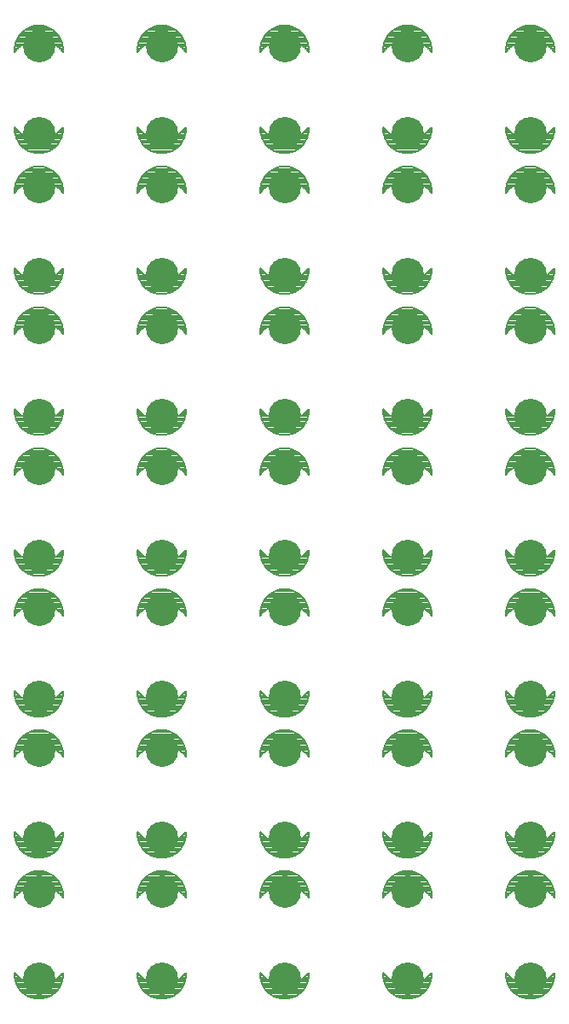
<source format=gbl>
G75*
G70*
%OFA0B0*%
%FSLAX24Y24*%
%IPPOS*%
%LPD*%
%AMOC8*
5,1,8,0,0,1.08239X$1,22.5*
%
%ADD10C,0.1266*%
%ADD11C,0.0080*%
D10*
X002450Y001100D03*
X002450Y004500D03*
X002450Y006600D03*
X002450Y010000D03*
X002450Y012100D03*
X002450Y015500D03*
X002450Y017600D03*
X002450Y021000D03*
X002450Y023100D03*
X002450Y026500D03*
X002450Y028600D03*
X002450Y032000D03*
X002450Y034100D03*
X002450Y037500D03*
X007250Y037500D03*
X007250Y034100D03*
X007250Y032000D03*
X007250Y028600D03*
X007250Y026500D03*
X007250Y023100D03*
X007250Y021000D03*
X007250Y017600D03*
X007250Y015500D03*
X007250Y012100D03*
X007250Y010000D03*
X007250Y006600D03*
X007250Y004500D03*
X007250Y001100D03*
X012050Y001100D03*
X012050Y004500D03*
X012050Y006600D03*
X012050Y010000D03*
X012050Y012100D03*
X012050Y015500D03*
X012050Y017600D03*
X012050Y021000D03*
X012050Y023100D03*
X012050Y026500D03*
X012050Y028600D03*
X012050Y032000D03*
X012050Y034100D03*
X012050Y037500D03*
X016850Y037500D03*
X016850Y034100D03*
X016850Y032000D03*
X016850Y028600D03*
X016850Y026500D03*
X016850Y023100D03*
X016850Y021000D03*
X016850Y017600D03*
X016850Y015500D03*
X016850Y012100D03*
X016850Y010000D03*
X016850Y006600D03*
X016850Y004500D03*
X016850Y001100D03*
X021650Y001100D03*
X021650Y004500D03*
X021650Y006600D03*
X021650Y010000D03*
X021650Y012100D03*
X021650Y015500D03*
X021650Y017600D03*
X021650Y021000D03*
X021650Y023100D03*
X021650Y026500D03*
X021650Y028600D03*
X021650Y032000D03*
X021650Y034100D03*
X021650Y037500D03*
D11*
X001622Y000785D02*
X001701Y000667D01*
X001798Y000562D01*
X001910Y000473D01*
X002034Y000402D01*
X002168Y000351D01*
X002307Y000321D01*
X002450Y000313D01*
X002593Y000321D01*
X002732Y000351D01*
X002866Y000402D01*
X002990Y000473D01*
X003102Y000562D01*
X003199Y000667D01*
X003278Y000785D01*
X003339Y000915D01*
X003379Y001052D01*
X003398Y001193D01*
X003395Y001336D01*
X003285Y001209D01*
X003157Y001099D01*
X003016Y001008D01*
X002862Y000938D01*
X002701Y000891D01*
X002534Y000867D01*
X002366Y000867D01*
X002199Y000891D01*
X002038Y000938D01*
X001884Y001008D01*
X001743Y001099D01*
X001615Y001209D01*
X001505Y001336D01*
X001502Y001193D01*
X001521Y001052D01*
X001561Y000915D01*
X001622Y000785D01*
X001604Y000823D02*
X003296Y000823D01*
X003333Y000901D02*
X002738Y000901D01*
X002954Y000980D02*
X003358Y000980D01*
X003380Y001058D02*
X003094Y001058D01*
X003201Y001137D02*
X003391Y001137D01*
X003398Y001215D02*
X003290Y001215D01*
X003358Y001294D02*
X003396Y001294D01*
X003251Y000744D02*
X001649Y000744D01*
X001702Y000666D02*
X003198Y000666D01*
X003126Y000587D02*
X001774Y000587D01*
X001864Y000509D02*
X003036Y000509D01*
X002916Y000430D02*
X001984Y000430D01*
X002165Y000352D02*
X002735Y000352D01*
X002162Y000901D02*
X001567Y000901D01*
X001542Y000980D02*
X001946Y000980D01*
X001806Y001058D02*
X001520Y001058D01*
X001509Y001137D02*
X001699Y001137D01*
X001610Y001215D02*
X001502Y001215D01*
X001504Y001294D02*
X001542Y001294D01*
X001505Y004264D02*
X001615Y004391D01*
X001743Y004501D01*
X001884Y004592D01*
X002038Y004662D01*
X002199Y004709D01*
X002366Y004733D01*
X002534Y004733D01*
X002701Y004709D01*
X002862Y004662D01*
X003016Y004592D01*
X003157Y004501D01*
X003285Y004391D01*
X003395Y004264D01*
X003398Y004407D01*
X003379Y004548D01*
X003339Y004685D01*
X003278Y004815D01*
X003199Y004933D01*
X003102Y005038D01*
X002990Y005127D01*
X002866Y005198D01*
X002732Y005249D01*
X002593Y005279D01*
X002450Y005287D01*
X002307Y005279D01*
X002168Y005249D01*
X002034Y005198D01*
X001910Y005127D01*
X001798Y005038D01*
X001701Y004933D01*
X001622Y004815D01*
X001561Y004685D01*
X001521Y004548D01*
X001502Y004407D01*
X001505Y004264D01*
X001505Y004277D02*
X001517Y004277D01*
X001503Y004356D02*
X001585Y004356D01*
X001506Y004434D02*
X001665Y004434D01*
X001761Y004513D02*
X001516Y004513D01*
X001533Y004591D02*
X001883Y004591D01*
X002064Y004670D02*
X001556Y004670D01*
X001590Y004748D02*
X003310Y004748D01*
X003344Y004670D02*
X002836Y004670D01*
X003017Y004591D02*
X003367Y004591D01*
X003384Y004513D02*
X003139Y004513D01*
X003235Y004434D02*
X003394Y004434D01*
X003397Y004356D02*
X003315Y004356D01*
X003383Y004277D02*
X003395Y004277D01*
X003271Y004827D02*
X001629Y004827D01*
X001682Y004905D02*
X003218Y004905D01*
X003152Y004984D02*
X001748Y004984D01*
X001828Y005062D02*
X003072Y005062D01*
X002967Y005141D02*
X001933Y005141D01*
X002089Y005219D02*
X002811Y005219D01*
X002714Y005847D02*
X002186Y005847D01*
X002168Y005851D02*
X002307Y005821D01*
X002450Y005813D01*
X002593Y005821D01*
X002732Y005851D01*
X002866Y005902D01*
X002990Y005973D01*
X003102Y006062D01*
X003199Y006167D01*
X003278Y006285D01*
X003339Y006415D01*
X003379Y006552D01*
X003398Y006693D01*
X003395Y006836D01*
X003285Y006709D01*
X003157Y006599D01*
X003016Y006508D01*
X002862Y006438D01*
X002701Y006391D01*
X002534Y006367D01*
X002366Y006367D01*
X002199Y006391D01*
X002038Y006438D01*
X001884Y006508D01*
X001743Y006599D01*
X001615Y006709D01*
X001505Y006836D01*
X001502Y006693D01*
X001521Y006552D01*
X001561Y006415D01*
X001622Y006285D01*
X001701Y006167D01*
X001798Y006062D01*
X001910Y005973D01*
X002034Y005902D01*
X002168Y005851D01*
X001993Y005926D02*
X002907Y005926D01*
X003029Y006004D02*
X001871Y006004D01*
X001779Y006083D02*
X003121Y006083D01*
X003194Y006161D02*
X001706Y006161D01*
X001652Y006240D02*
X003248Y006240D01*
X003294Y006318D02*
X001606Y006318D01*
X001569Y006397D02*
X002179Y006397D01*
X001957Y006475D02*
X001543Y006475D01*
X001520Y006554D02*
X001814Y006554D01*
X001705Y006632D02*
X001510Y006632D01*
X001502Y006711D02*
X001614Y006711D01*
X001546Y006789D02*
X001504Y006789D01*
X002721Y006397D02*
X003331Y006397D01*
X003357Y006475D02*
X002943Y006475D01*
X003086Y006554D02*
X003380Y006554D01*
X003390Y006632D02*
X003195Y006632D01*
X003286Y006711D02*
X003398Y006711D01*
X003396Y006789D02*
X003354Y006789D01*
X003395Y009764D02*
X003285Y009891D01*
X003157Y010001D01*
X003016Y010092D01*
X002862Y010162D01*
X002701Y010209D01*
X002534Y010233D01*
X002366Y010233D01*
X002199Y010209D01*
X002038Y010162D01*
X001884Y010092D01*
X001743Y010001D01*
X001615Y009891D01*
X001505Y009764D01*
X001502Y009907D01*
X001521Y010048D01*
X001561Y010185D01*
X001622Y010315D01*
X001701Y010433D01*
X001798Y010538D01*
X001910Y010627D01*
X002034Y010698D01*
X002168Y010749D01*
X002307Y010779D01*
X002450Y010787D01*
X002593Y010779D01*
X002732Y010749D01*
X002866Y010698D01*
X002990Y010627D01*
X003102Y010538D01*
X003199Y010433D01*
X003278Y010315D01*
X003339Y010185D01*
X003379Y010048D01*
X003398Y009907D01*
X003395Y009764D01*
X003395Y009772D02*
X003388Y009772D01*
X003397Y009851D02*
X003320Y009851D01*
X003395Y009929D02*
X003240Y009929D01*
X003147Y010008D02*
X003385Y010008D01*
X003368Y010086D02*
X003025Y010086D01*
X002853Y010165D02*
X003345Y010165D01*
X003312Y010243D02*
X001588Y010243D01*
X001555Y010165D02*
X002047Y010165D01*
X001875Y010086D02*
X001532Y010086D01*
X001515Y010008D02*
X001753Y010008D01*
X001660Y009929D02*
X001505Y009929D01*
X001503Y009851D02*
X001580Y009851D01*
X001512Y009772D02*
X001505Y009772D01*
X001626Y010322D02*
X003274Y010322D01*
X003221Y010400D02*
X001679Y010400D01*
X001743Y010479D02*
X003157Y010479D01*
X003078Y010557D02*
X001822Y010557D01*
X001924Y010636D02*
X002976Y010636D01*
X002824Y010714D02*
X002076Y010714D01*
X002209Y011342D02*
X002691Y011342D01*
X002732Y011351D02*
X002866Y011402D01*
X002990Y011473D01*
X003102Y011562D01*
X003199Y011667D01*
X003278Y011785D01*
X003339Y011915D01*
X003379Y012052D01*
X003398Y012193D01*
X003395Y012336D01*
X003285Y012209D01*
X003157Y012099D01*
X003016Y012008D01*
X002862Y011938D01*
X002701Y011891D01*
X002534Y011867D01*
X002366Y011867D01*
X002199Y011891D01*
X002038Y011938D01*
X001884Y012008D01*
X001743Y012099D01*
X001615Y012209D01*
X001505Y012336D01*
X001502Y012193D01*
X001521Y012052D01*
X001561Y011915D01*
X001622Y011785D01*
X001701Y011667D01*
X001798Y011562D01*
X001910Y011473D01*
X002034Y011402D01*
X002168Y011351D01*
X002307Y011321D01*
X002450Y011313D01*
X002593Y011321D01*
X002732Y011351D01*
X002899Y011421D02*
X002001Y011421D01*
X001877Y011499D02*
X003023Y011499D01*
X003116Y011578D02*
X001784Y011578D01*
X001711Y011656D02*
X003189Y011656D01*
X003244Y011735D02*
X001656Y011735D01*
X001609Y011813D02*
X003291Y011813D01*
X003328Y011892D02*
X002704Y011892D01*
X002932Y011970D02*
X003355Y011970D01*
X003378Y012049D02*
X003079Y012049D01*
X003190Y012127D02*
X003389Y012127D01*
X003398Y012206D02*
X003280Y012206D01*
X003350Y012284D02*
X003396Y012284D01*
X002196Y011892D02*
X001572Y011892D01*
X001545Y011970D02*
X001968Y011970D01*
X001821Y012049D02*
X001522Y012049D01*
X001511Y012127D02*
X001710Y012127D01*
X001620Y012206D02*
X001502Y012206D01*
X001504Y012284D02*
X001550Y012284D01*
X001505Y015264D02*
X001615Y015391D01*
X001743Y015501D01*
X001884Y015592D01*
X002038Y015662D01*
X002199Y015709D01*
X002366Y015733D01*
X002534Y015733D01*
X002701Y015709D01*
X002862Y015662D01*
X003016Y015592D01*
X003157Y015501D01*
X003285Y015391D01*
X003395Y015264D01*
X003398Y015407D01*
X003379Y015548D01*
X003339Y015685D01*
X003278Y015815D01*
X003199Y015933D01*
X003102Y016038D01*
X002990Y016127D01*
X002866Y016198D01*
X002732Y016249D01*
X002593Y016279D01*
X002450Y016287D01*
X002307Y016279D01*
X002168Y016249D01*
X002034Y016198D01*
X001910Y016127D01*
X001798Y016038D01*
X001701Y015933D01*
X001622Y015815D01*
X001561Y015685D01*
X001521Y015548D01*
X001502Y015407D01*
X001505Y015264D01*
X001505Y015267D02*
X001508Y015267D01*
X001503Y015346D02*
X001576Y015346D01*
X001504Y015424D02*
X001654Y015424D01*
X001745Y015503D02*
X001515Y015503D01*
X001530Y015581D02*
X001867Y015581D01*
X002032Y015660D02*
X001553Y015660D01*
X001586Y015738D02*
X003314Y015738D01*
X003347Y015660D02*
X002868Y015660D01*
X003033Y015581D02*
X003370Y015581D01*
X003385Y015503D02*
X003155Y015503D01*
X003246Y015424D02*
X003396Y015424D01*
X003397Y015346D02*
X003324Y015346D01*
X003392Y015267D02*
X003395Y015267D01*
X003277Y015817D02*
X001623Y015817D01*
X001676Y015895D02*
X003224Y015895D01*
X003162Y015974D02*
X001738Y015974D01*
X001815Y016052D02*
X003085Y016052D01*
X002984Y016131D02*
X001916Y016131D01*
X002063Y016209D02*
X002837Y016209D01*
X002732Y016851D02*
X002593Y016821D01*
X002450Y016813D01*
X002307Y016821D01*
X002168Y016851D01*
X002034Y016902D01*
X001910Y016973D01*
X001798Y017062D01*
X001701Y017167D01*
X001622Y017285D01*
X001561Y017415D01*
X001521Y017552D01*
X001502Y017693D01*
X001505Y017836D01*
X001615Y017709D01*
X001743Y017599D01*
X001884Y017508D01*
X002038Y017438D01*
X002199Y017391D01*
X002366Y017367D01*
X002534Y017367D01*
X002701Y017391D01*
X002862Y017438D01*
X003016Y017508D01*
X003157Y017599D01*
X003285Y017709D01*
X003395Y017836D01*
X003398Y017693D01*
X003379Y017552D01*
X003339Y017415D01*
X003278Y017285D01*
X003199Y017167D01*
X003102Y017062D01*
X002990Y016973D01*
X002866Y016902D01*
X002732Y016851D01*
X002668Y016837D02*
X002232Y016837D01*
X002010Y016916D02*
X002890Y016916D01*
X003017Y016994D02*
X001883Y016994D01*
X001788Y017073D02*
X003112Y017073D01*
X003184Y017151D02*
X001716Y017151D01*
X001659Y017230D02*
X003241Y017230D01*
X003289Y017308D02*
X001611Y017308D01*
X001574Y017387D02*
X002228Y017387D01*
X001979Y017465D02*
X001546Y017465D01*
X001523Y017544D02*
X001829Y017544D01*
X001716Y017622D02*
X001511Y017622D01*
X001502Y017701D02*
X001625Y017701D01*
X001555Y017779D02*
X001504Y017779D01*
X002672Y017387D02*
X003326Y017387D01*
X003354Y017465D02*
X002921Y017465D01*
X003071Y017544D02*
X003377Y017544D01*
X003389Y017622D02*
X003184Y017622D01*
X003275Y017701D02*
X003398Y017701D01*
X003396Y017779D02*
X003345Y017779D01*
X003395Y020764D02*
X003285Y020891D01*
X003157Y021001D01*
X003016Y021092D01*
X002862Y021162D01*
X002701Y021209D01*
X002534Y021233D01*
X002366Y021233D01*
X002199Y021209D01*
X002038Y021162D01*
X001884Y021092D01*
X001743Y021001D01*
X001615Y020891D01*
X001505Y020764D01*
X001502Y020907D01*
X001521Y021048D01*
X001561Y021185D01*
X001622Y021315D01*
X001701Y021433D01*
X001798Y021538D01*
X001910Y021627D01*
X002034Y021698D01*
X002168Y021749D01*
X002307Y021779D01*
X002450Y021787D01*
X002593Y021779D01*
X002732Y021749D01*
X002866Y021698D01*
X002990Y021627D01*
X003102Y021538D01*
X003199Y021433D01*
X003278Y021315D01*
X003339Y021185D01*
X003379Y021048D01*
X003398Y020907D01*
X003395Y020764D01*
X003397Y020841D02*
X003328Y020841D01*
X003396Y020919D02*
X003252Y020919D01*
X003161Y020998D02*
X003386Y020998D01*
X003371Y021076D02*
X003040Y021076D01*
X002878Y021155D02*
X003348Y021155D01*
X003317Y021233D02*
X002535Y021233D01*
X002365Y021233D02*
X001583Y021233D01*
X001552Y021155D02*
X002022Y021155D01*
X001860Y021076D02*
X001529Y021076D01*
X001514Y020998D02*
X001739Y020998D01*
X001648Y020919D02*
X001504Y020919D01*
X001503Y020841D02*
X001572Y020841D01*
X001620Y021312D02*
X003280Y021312D01*
X003228Y021390D02*
X001672Y021390D01*
X001734Y021469D02*
X003166Y021469D01*
X003091Y021547D02*
X001809Y021547D01*
X001908Y021626D02*
X002992Y021626D01*
X002850Y021704D02*
X002050Y021704D01*
X002367Y021783D02*
X002533Y021783D01*
X002450Y022313D02*
X002307Y022321D01*
X002168Y022351D01*
X002034Y022402D01*
X001910Y022473D01*
X001798Y022562D01*
X001701Y022667D01*
X001622Y022785D01*
X001561Y022915D01*
X001521Y023052D01*
X001502Y023193D01*
X001505Y023336D01*
X001615Y023209D01*
X001743Y023099D01*
X001884Y023008D01*
X002038Y022938D01*
X002199Y022891D01*
X002366Y022867D01*
X002534Y022867D01*
X002701Y022891D01*
X002862Y022938D01*
X003016Y023008D01*
X003157Y023099D01*
X003285Y023209D01*
X003395Y023336D01*
X003398Y023193D01*
X003379Y023052D01*
X003339Y022915D01*
X003278Y022785D01*
X003199Y022667D01*
X003102Y022562D01*
X002990Y022473D01*
X002866Y022402D01*
X002732Y022351D01*
X002593Y022321D01*
X002450Y022313D01*
X002255Y022332D02*
X002645Y022332D01*
X002881Y022411D02*
X002019Y022411D01*
X001889Y022489D02*
X003011Y022489D01*
X003107Y022568D02*
X001793Y022568D01*
X001720Y022646D02*
X003180Y022646D01*
X003238Y022725D02*
X001662Y022725D01*
X001613Y022803D02*
X003287Y022803D01*
X003324Y022882D02*
X002637Y022882D01*
X002263Y022882D02*
X001576Y022882D01*
X001548Y022960D02*
X001989Y022960D01*
X001837Y023039D02*
X001525Y023039D01*
X001512Y023117D02*
X001722Y023117D01*
X001631Y023196D02*
X001502Y023196D01*
X001504Y023274D02*
X001559Y023274D01*
X002911Y022960D02*
X003352Y022960D01*
X003375Y023039D02*
X003063Y023039D01*
X003178Y023117D02*
X003388Y023117D01*
X003398Y023196D02*
X003269Y023196D01*
X003341Y023274D02*
X003396Y023274D01*
X003395Y026264D02*
X003285Y026391D01*
X003157Y026501D01*
X003016Y026592D01*
X002862Y026662D01*
X002701Y026709D01*
X002534Y026733D01*
X002366Y026733D01*
X002199Y026709D01*
X002038Y026662D01*
X001884Y026592D01*
X001743Y026501D01*
X001615Y026391D01*
X001505Y026264D01*
X001502Y026407D01*
X001521Y026548D01*
X001561Y026685D01*
X001622Y026815D01*
X001701Y026933D01*
X001798Y027038D01*
X001910Y027127D01*
X002034Y027198D01*
X002168Y027249D01*
X002307Y027279D01*
X002450Y027287D01*
X002593Y027279D01*
X002732Y027249D01*
X002866Y027198D01*
X002990Y027127D01*
X003102Y027038D01*
X003199Y026933D01*
X003278Y026815D01*
X003339Y026685D01*
X003379Y026548D01*
X003398Y026407D01*
X003395Y026264D01*
X003396Y026336D02*
X003333Y026336D01*
X003397Y026414D02*
X003258Y026414D01*
X003167Y026493D02*
X003387Y026493D01*
X003373Y026571D02*
X003048Y026571D01*
X002889Y026650D02*
X003350Y026650D01*
X003319Y026728D02*
X002570Y026728D01*
X002330Y026728D02*
X001581Y026728D01*
X001550Y026650D02*
X002011Y026650D01*
X001852Y026571D02*
X001527Y026571D01*
X001513Y026493D02*
X001733Y026493D01*
X001642Y026414D02*
X001503Y026414D01*
X001504Y026336D02*
X001567Y026336D01*
X001618Y026807D02*
X003282Y026807D01*
X003231Y026885D02*
X001669Y026885D01*
X001729Y026964D02*
X003171Y026964D01*
X003097Y027042D02*
X001803Y027042D01*
X001902Y027121D02*
X002998Y027121D01*
X002863Y027199D02*
X002037Y027199D01*
X002300Y027278D02*
X002600Y027278D01*
X002593Y027821D02*
X002732Y027851D01*
X002866Y027902D01*
X002990Y027973D01*
X003102Y028062D01*
X003199Y028167D01*
X003278Y028285D01*
X003339Y028415D01*
X003379Y028552D01*
X003398Y028693D01*
X003395Y028836D01*
X003285Y028709D01*
X003157Y028599D01*
X003016Y028508D01*
X002862Y028438D01*
X002701Y028391D01*
X002534Y028367D01*
X002366Y028367D01*
X002199Y028391D01*
X002038Y028438D01*
X001884Y028508D01*
X001743Y028599D01*
X001615Y028709D01*
X001505Y028836D01*
X001502Y028693D01*
X001521Y028552D01*
X001561Y028415D01*
X001622Y028285D01*
X001701Y028167D01*
X001798Y028062D01*
X001910Y027973D01*
X002034Y027902D01*
X002168Y027851D01*
X002307Y027821D01*
X002450Y027813D01*
X002593Y027821D01*
X002622Y027827D02*
X002278Y027827D01*
X002028Y027906D02*
X002872Y027906D01*
X003004Y027984D02*
X001896Y027984D01*
X001797Y028063D02*
X003103Y028063D01*
X003175Y028141D02*
X001725Y028141D01*
X001666Y028220D02*
X003234Y028220D01*
X003284Y028298D02*
X001616Y028298D01*
X001579Y028377D02*
X002298Y028377D01*
X002602Y028377D02*
X003321Y028377D01*
X003351Y028455D02*
X002900Y028455D01*
X003055Y028534D02*
X003374Y028534D01*
X003387Y028612D02*
X003172Y028612D01*
X003263Y028691D02*
X003398Y028691D01*
X003396Y028769D02*
X003337Y028769D01*
X002000Y028455D02*
X001549Y028455D01*
X001526Y028534D02*
X001845Y028534D01*
X001728Y028612D02*
X001513Y028612D01*
X001502Y028691D02*
X001637Y028691D01*
X001563Y028769D02*
X001504Y028769D01*
X001505Y031764D02*
X001615Y031891D01*
X001743Y032001D01*
X001884Y032092D01*
X002038Y032162D01*
X002199Y032209D01*
X002366Y032233D01*
X002534Y032233D01*
X002701Y032209D01*
X002862Y032162D01*
X003016Y032092D01*
X003157Y032001D01*
X003285Y031891D01*
X003395Y031764D01*
X003398Y031907D01*
X003379Y032048D01*
X003339Y032185D01*
X003278Y032315D01*
X003199Y032433D01*
X003102Y032538D01*
X002990Y032627D01*
X002866Y032698D01*
X002732Y032749D01*
X002593Y032779D01*
X002450Y032787D01*
X002307Y032779D01*
X002168Y032749D01*
X002034Y032698D01*
X001910Y032627D01*
X001798Y032538D01*
X001701Y032433D01*
X001622Y032315D01*
X001561Y032185D01*
X001521Y032048D01*
X001502Y031907D01*
X001505Y031764D01*
X001504Y031831D02*
X001563Y031831D01*
X001502Y031909D02*
X001636Y031909D01*
X001727Y031988D02*
X001513Y031988D01*
X001526Y032066D02*
X001844Y032066D01*
X002000Y032145D02*
X001549Y032145D01*
X001579Y032223D02*
X002295Y032223D01*
X002605Y032223D02*
X003321Y032223D01*
X003351Y032145D02*
X002900Y032145D01*
X003056Y032066D02*
X003374Y032066D01*
X003387Y031988D02*
X003173Y031988D01*
X003264Y031909D02*
X003398Y031909D01*
X003396Y031831D02*
X003337Y031831D01*
X003285Y032302D02*
X001615Y032302D01*
X001665Y032380D02*
X003235Y032380D01*
X003175Y032459D02*
X001725Y032459D01*
X001797Y032537D02*
X003103Y032537D01*
X003005Y032616D02*
X001895Y032616D01*
X002027Y032694D02*
X002873Y032694D01*
X002623Y032773D02*
X002277Y032773D01*
X002307Y033321D02*
X002168Y033351D01*
X002034Y033402D01*
X001910Y033473D01*
X001798Y033562D01*
X001701Y033667D01*
X001622Y033785D01*
X001561Y033915D01*
X001521Y034052D01*
X001502Y034193D01*
X001505Y034336D01*
X001615Y034209D01*
X001743Y034099D01*
X001884Y034008D01*
X002038Y033938D01*
X002199Y033891D01*
X002366Y033867D01*
X002534Y033867D01*
X002701Y033891D01*
X002862Y033938D01*
X003016Y034008D01*
X003157Y034099D01*
X003285Y034209D01*
X003395Y034336D01*
X003398Y034193D01*
X003379Y034052D01*
X003339Y033915D01*
X003278Y033785D01*
X003199Y033667D01*
X003102Y033562D01*
X002990Y033473D01*
X002866Y033402D01*
X002732Y033351D01*
X002593Y033321D01*
X002450Y033313D01*
X002307Y033321D01*
X002302Y033322D02*
X002598Y033322D01*
X002863Y033401D02*
X002037Y033401D01*
X001902Y033479D02*
X002998Y033479D01*
X003097Y033558D02*
X001803Y033558D01*
X001729Y033636D02*
X003171Y033636D01*
X003231Y033715D02*
X001669Y033715D01*
X001618Y033793D02*
X003282Y033793D01*
X003319Y033872D02*
X002568Y033872D01*
X002332Y033872D02*
X001581Y033872D01*
X001550Y033950D02*
X002011Y033950D01*
X001852Y034029D02*
X001527Y034029D01*
X001513Y034107D02*
X001733Y034107D01*
X001643Y034186D02*
X001503Y034186D01*
X001504Y034264D02*
X001568Y034264D01*
X002889Y033950D02*
X003350Y033950D01*
X003373Y034029D02*
X003048Y034029D01*
X003167Y034107D02*
X003387Y034107D01*
X003397Y034186D02*
X003257Y034186D01*
X003332Y034264D02*
X003396Y034264D01*
X003395Y037264D02*
X003285Y037391D01*
X003157Y037501D01*
X003016Y037592D01*
X002862Y037662D01*
X002701Y037709D01*
X002534Y037733D01*
X002366Y037733D01*
X002199Y037709D01*
X002038Y037662D01*
X001884Y037592D01*
X001743Y037501D01*
X001615Y037391D01*
X001505Y037264D01*
X001502Y037407D01*
X001521Y037548D01*
X001561Y037685D01*
X001622Y037815D01*
X001701Y037933D01*
X001798Y038038D01*
X001910Y038127D01*
X002034Y038198D01*
X002168Y038249D01*
X002307Y038279D01*
X002450Y038287D01*
X002593Y038279D01*
X002732Y038249D01*
X002866Y038198D01*
X002990Y038127D01*
X003102Y038038D01*
X003199Y037933D01*
X003278Y037815D01*
X003339Y037685D01*
X003379Y037548D01*
X003398Y037407D01*
X003395Y037264D01*
X003396Y037326D02*
X003341Y037326D01*
X003398Y037404D02*
X003269Y037404D01*
X003179Y037483D02*
X003388Y037483D01*
X003376Y037561D02*
X003064Y037561D01*
X002911Y037640D02*
X003353Y037640D01*
X003324Y037718D02*
X002639Y037718D01*
X002261Y037718D02*
X001576Y037718D01*
X001547Y037640D02*
X001989Y037640D01*
X001836Y037561D02*
X001524Y037561D01*
X001512Y037483D02*
X001721Y037483D01*
X001631Y037404D02*
X001502Y037404D01*
X001504Y037326D02*
X001559Y037326D01*
X001613Y037797D02*
X003287Y037797D01*
X003238Y037875D02*
X001662Y037875D01*
X001720Y037954D02*
X003180Y037954D01*
X003108Y038032D02*
X001792Y038032D01*
X001889Y038111D02*
X003011Y038111D01*
X002882Y038189D02*
X002018Y038189D01*
X002254Y038268D02*
X002646Y038268D01*
X006321Y037548D02*
X006302Y037407D01*
X006305Y037264D01*
X006415Y037391D01*
X006543Y037501D01*
X006684Y037592D01*
X006838Y037662D01*
X006999Y037709D01*
X007166Y037733D01*
X007334Y037733D01*
X007501Y037709D01*
X007662Y037662D01*
X007816Y037592D01*
X007957Y037501D01*
X008085Y037391D01*
X008195Y037264D01*
X008198Y037407D01*
X008179Y037548D01*
X008139Y037685D01*
X008078Y037815D01*
X007999Y037933D01*
X007902Y038038D01*
X007790Y038127D01*
X007666Y038198D01*
X007532Y038249D01*
X007393Y038279D01*
X007250Y038287D01*
X007107Y038279D01*
X006968Y038249D01*
X006834Y038198D01*
X006710Y038127D01*
X006598Y038038D01*
X006501Y037933D01*
X006422Y037815D01*
X006361Y037685D01*
X006321Y037548D01*
X006324Y037561D02*
X006636Y037561D01*
X006521Y037483D02*
X006312Y037483D01*
X006302Y037404D02*
X006431Y037404D01*
X006359Y037326D02*
X006304Y037326D01*
X006347Y037640D02*
X006789Y037640D01*
X007061Y037718D02*
X006376Y037718D01*
X006413Y037797D02*
X008087Y037797D01*
X008124Y037718D02*
X007439Y037718D01*
X007711Y037640D02*
X008153Y037640D01*
X008176Y037561D02*
X007864Y037561D01*
X007979Y037483D02*
X008188Y037483D01*
X008198Y037404D02*
X008069Y037404D01*
X008141Y037326D02*
X008196Y037326D01*
X008038Y037875D02*
X006462Y037875D01*
X006520Y037954D02*
X007980Y037954D01*
X007908Y038032D02*
X006592Y038032D01*
X006689Y038111D02*
X007811Y038111D01*
X007682Y038189D02*
X006818Y038189D01*
X007054Y038268D02*
X007446Y038268D01*
X008195Y034336D02*
X008085Y034209D01*
X007957Y034099D01*
X007816Y034008D01*
X007662Y033938D01*
X007501Y033891D01*
X007334Y033867D01*
X007166Y033867D01*
X006999Y033891D01*
X006838Y033938D01*
X006684Y034008D01*
X006543Y034099D01*
X006415Y034209D01*
X006305Y034336D01*
X006302Y034193D01*
X006321Y034052D01*
X006361Y033915D01*
X006422Y033785D01*
X006501Y033667D01*
X006598Y033562D01*
X006710Y033473D01*
X006834Y033402D01*
X006968Y033351D01*
X007107Y033321D01*
X007250Y033313D01*
X007393Y033321D01*
X007532Y033351D01*
X007666Y033402D01*
X007790Y033473D01*
X007902Y033562D01*
X007999Y033667D01*
X008078Y033785D01*
X008139Y033915D01*
X008179Y034052D01*
X008198Y034193D01*
X008195Y034336D01*
X008196Y034264D02*
X008132Y034264D01*
X008197Y034186D02*
X008057Y034186D01*
X007967Y034107D02*
X008187Y034107D01*
X008173Y034029D02*
X007848Y034029D01*
X007689Y033950D02*
X008150Y033950D01*
X008119Y033872D02*
X007368Y033872D01*
X007132Y033872D02*
X006381Y033872D01*
X006350Y033950D02*
X006811Y033950D01*
X006652Y034029D02*
X006327Y034029D01*
X006313Y034107D02*
X006533Y034107D01*
X006443Y034186D02*
X006303Y034186D01*
X006304Y034264D02*
X006368Y034264D01*
X006418Y033793D02*
X008082Y033793D01*
X008031Y033715D02*
X006469Y033715D01*
X006529Y033636D02*
X007971Y033636D01*
X007897Y033558D02*
X006603Y033558D01*
X006702Y033479D02*
X007798Y033479D01*
X007663Y033401D02*
X006837Y033401D01*
X007102Y033322D02*
X007398Y033322D01*
X007393Y032779D02*
X007250Y032787D01*
X007107Y032779D01*
X006968Y032749D01*
X006834Y032698D01*
X006710Y032627D01*
X006598Y032538D01*
X006501Y032433D01*
X006422Y032315D01*
X006361Y032185D01*
X006321Y032048D01*
X006302Y031907D01*
X006305Y031764D01*
X006415Y031891D01*
X006543Y032001D01*
X006684Y032092D01*
X006838Y032162D01*
X006999Y032209D01*
X007166Y032233D01*
X007334Y032233D01*
X007501Y032209D01*
X007662Y032162D01*
X007816Y032092D01*
X007957Y032001D01*
X008085Y031891D01*
X008195Y031764D01*
X008198Y031907D01*
X008179Y032048D01*
X008139Y032185D01*
X008078Y032315D01*
X007999Y032433D01*
X007902Y032538D01*
X007790Y032627D01*
X007666Y032698D01*
X007532Y032749D01*
X007393Y032779D01*
X007423Y032773D02*
X007077Y032773D01*
X006827Y032694D02*
X007673Y032694D01*
X007805Y032616D02*
X006695Y032616D01*
X006597Y032537D02*
X007903Y032537D01*
X007975Y032459D02*
X006525Y032459D01*
X006465Y032380D02*
X008035Y032380D01*
X008085Y032302D02*
X006415Y032302D01*
X006379Y032223D02*
X007095Y032223D01*
X006800Y032145D02*
X006349Y032145D01*
X006326Y032066D02*
X006644Y032066D01*
X006527Y031988D02*
X006313Y031988D01*
X006302Y031909D02*
X006436Y031909D01*
X006363Y031831D02*
X006304Y031831D01*
X007405Y032223D02*
X008121Y032223D01*
X008151Y032145D02*
X007700Y032145D01*
X007856Y032066D02*
X008174Y032066D01*
X008187Y031988D02*
X007973Y031988D01*
X008064Y031909D02*
X008198Y031909D01*
X008196Y031831D02*
X008137Y031831D01*
X008195Y028836D02*
X008085Y028709D01*
X007957Y028599D01*
X007816Y028508D01*
X007662Y028438D01*
X007501Y028391D01*
X007334Y028367D01*
X007166Y028367D01*
X006999Y028391D01*
X006838Y028438D01*
X006684Y028508D01*
X006543Y028599D01*
X006415Y028709D01*
X006305Y028836D01*
X006302Y028693D01*
X006321Y028552D01*
X006361Y028415D01*
X006422Y028285D01*
X006501Y028167D01*
X006598Y028062D01*
X006710Y027973D01*
X006834Y027902D01*
X006968Y027851D01*
X007107Y027821D01*
X007250Y027813D01*
X007393Y027821D01*
X007532Y027851D01*
X007666Y027902D01*
X007790Y027973D01*
X007902Y028062D01*
X007999Y028167D01*
X008078Y028285D01*
X008139Y028415D01*
X008179Y028552D01*
X008198Y028693D01*
X008195Y028836D01*
X008196Y028769D02*
X008137Y028769D01*
X008198Y028691D02*
X008063Y028691D01*
X007972Y028612D02*
X008187Y028612D01*
X008174Y028534D02*
X007855Y028534D01*
X007700Y028455D02*
X008151Y028455D01*
X008121Y028377D02*
X007402Y028377D01*
X007098Y028377D02*
X006379Y028377D01*
X006349Y028455D02*
X006800Y028455D01*
X006645Y028534D02*
X006326Y028534D01*
X006313Y028612D02*
X006528Y028612D01*
X006437Y028691D02*
X006302Y028691D01*
X006304Y028769D02*
X006363Y028769D01*
X006416Y028298D02*
X008084Y028298D01*
X008034Y028220D02*
X006466Y028220D01*
X006525Y028141D02*
X007975Y028141D01*
X007903Y028063D02*
X006597Y028063D01*
X006696Y027984D02*
X007804Y027984D01*
X007672Y027906D02*
X006828Y027906D01*
X007078Y027827D02*
X007422Y027827D01*
X007393Y027279D02*
X007250Y027287D01*
X007107Y027279D01*
X006968Y027249D01*
X006834Y027198D01*
X006710Y027127D01*
X006598Y027038D01*
X006501Y026933D01*
X006422Y026815D01*
X006361Y026685D01*
X006321Y026548D01*
X006302Y026407D01*
X006305Y026264D01*
X006415Y026391D01*
X006543Y026501D01*
X006684Y026592D01*
X006838Y026662D01*
X006999Y026709D01*
X007166Y026733D01*
X007334Y026733D01*
X007501Y026709D01*
X007662Y026662D01*
X007816Y026592D01*
X007957Y026501D01*
X008085Y026391D01*
X008195Y026264D01*
X008198Y026407D01*
X008179Y026548D01*
X008139Y026685D01*
X008078Y026815D01*
X007999Y026933D01*
X007902Y027038D01*
X007790Y027127D01*
X007666Y027198D01*
X007532Y027249D01*
X007393Y027279D01*
X007400Y027278D02*
X007100Y027278D01*
X006837Y027199D02*
X007663Y027199D01*
X007798Y027121D02*
X006702Y027121D01*
X006603Y027042D02*
X007897Y027042D01*
X007971Y026964D02*
X006529Y026964D01*
X006469Y026885D02*
X008031Y026885D01*
X008082Y026807D02*
X006418Y026807D01*
X006381Y026728D02*
X007130Y026728D01*
X007370Y026728D02*
X008119Y026728D01*
X008150Y026650D02*
X007689Y026650D01*
X007848Y026571D02*
X008173Y026571D01*
X008187Y026493D02*
X007967Y026493D01*
X008058Y026414D02*
X008197Y026414D01*
X008196Y026336D02*
X008133Y026336D01*
X006811Y026650D02*
X006350Y026650D01*
X006327Y026571D02*
X006652Y026571D01*
X006533Y026493D02*
X006313Y026493D01*
X006303Y026414D02*
X006442Y026414D01*
X006367Y026336D02*
X006304Y026336D01*
X006305Y023336D02*
X006415Y023209D01*
X006543Y023099D01*
X006684Y023008D01*
X006838Y022938D01*
X006999Y022891D01*
X007166Y022867D01*
X007334Y022867D01*
X007501Y022891D01*
X007662Y022938D01*
X007816Y023008D01*
X007957Y023099D01*
X008085Y023209D01*
X008195Y023336D01*
X008198Y023193D01*
X008179Y023052D01*
X008139Y022915D01*
X008078Y022785D01*
X007999Y022667D01*
X007902Y022562D01*
X007790Y022473D01*
X007666Y022402D01*
X007532Y022351D01*
X007393Y022321D01*
X007250Y022313D01*
X007107Y022321D01*
X006968Y022351D01*
X006834Y022402D01*
X006710Y022473D01*
X006598Y022562D01*
X006501Y022667D01*
X006422Y022785D01*
X006361Y022915D01*
X006321Y023052D01*
X006302Y023193D01*
X006305Y023336D01*
X006304Y023274D02*
X006359Y023274D01*
X006302Y023196D02*
X006431Y023196D01*
X006522Y023117D02*
X006312Y023117D01*
X006325Y023039D02*
X006637Y023039D01*
X006789Y022960D02*
X006348Y022960D01*
X006376Y022882D02*
X007063Y022882D01*
X007437Y022882D02*
X008124Y022882D01*
X008152Y022960D02*
X007711Y022960D01*
X007863Y023039D02*
X008175Y023039D01*
X008188Y023117D02*
X007978Y023117D01*
X008069Y023196D02*
X008198Y023196D01*
X008196Y023274D02*
X008141Y023274D01*
X008087Y022803D02*
X006413Y022803D01*
X006462Y022725D02*
X008038Y022725D01*
X007980Y022646D02*
X006520Y022646D01*
X006593Y022568D02*
X007907Y022568D01*
X007811Y022489D02*
X006689Y022489D01*
X006819Y022411D02*
X007681Y022411D01*
X007445Y022332D02*
X007055Y022332D01*
X007107Y021779D02*
X006968Y021749D01*
X006834Y021698D01*
X006710Y021627D01*
X006598Y021538D01*
X006501Y021433D01*
X006422Y021315D01*
X006361Y021185D01*
X006321Y021048D01*
X006302Y020907D01*
X006305Y020764D01*
X006415Y020891D01*
X006543Y021001D01*
X006684Y021092D01*
X006838Y021162D01*
X006999Y021209D01*
X007166Y021233D01*
X007334Y021233D01*
X007501Y021209D01*
X007662Y021162D01*
X007816Y021092D01*
X007957Y021001D01*
X008085Y020891D01*
X008195Y020764D01*
X008198Y020907D01*
X008179Y021048D01*
X008139Y021185D01*
X008078Y021315D01*
X007999Y021433D01*
X007902Y021538D01*
X007790Y021627D01*
X007666Y021698D01*
X007532Y021749D01*
X007393Y021779D01*
X007250Y021787D01*
X007107Y021779D01*
X007167Y021783D02*
X007333Y021783D01*
X007650Y021704D02*
X006850Y021704D01*
X006708Y021626D02*
X007792Y021626D01*
X007891Y021547D02*
X006609Y021547D01*
X006534Y021469D02*
X007966Y021469D01*
X008028Y021390D02*
X006472Y021390D01*
X006420Y021312D02*
X008080Y021312D01*
X008117Y021233D02*
X007335Y021233D01*
X007165Y021233D02*
X006383Y021233D01*
X006352Y021155D02*
X006822Y021155D01*
X006660Y021076D02*
X006329Y021076D01*
X006314Y020998D02*
X006539Y020998D01*
X006448Y020919D02*
X006304Y020919D01*
X006303Y020841D02*
X006372Y020841D01*
X007678Y021155D02*
X008148Y021155D01*
X008171Y021076D02*
X007840Y021076D01*
X007961Y020998D02*
X008186Y020998D01*
X008196Y020919D02*
X008052Y020919D01*
X008128Y020841D02*
X008197Y020841D01*
X008195Y017836D02*
X008085Y017709D01*
X007957Y017599D01*
X007816Y017508D01*
X007662Y017438D01*
X007501Y017391D01*
X007334Y017367D01*
X007166Y017367D01*
X006999Y017391D01*
X006838Y017438D01*
X006684Y017508D01*
X006543Y017599D01*
X006415Y017709D01*
X006305Y017836D01*
X006302Y017693D01*
X006321Y017552D01*
X006361Y017415D01*
X006422Y017285D01*
X006501Y017167D01*
X006598Y017062D01*
X006710Y016973D01*
X006834Y016902D01*
X006968Y016851D01*
X007107Y016821D01*
X007250Y016813D01*
X007393Y016821D01*
X007532Y016851D01*
X007666Y016902D01*
X007790Y016973D01*
X007902Y017062D01*
X007999Y017167D01*
X008078Y017285D01*
X008139Y017415D01*
X008179Y017552D01*
X008198Y017693D01*
X008195Y017836D01*
X008196Y017779D02*
X008145Y017779D01*
X008198Y017701D02*
X008075Y017701D01*
X007984Y017622D02*
X008189Y017622D01*
X008177Y017544D02*
X007871Y017544D01*
X007721Y017465D02*
X008154Y017465D01*
X008126Y017387D02*
X007472Y017387D01*
X007817Y016994D02*
X006683Y016994D01*
X006588Y017073D02*
X007912Y017073D01*
X007984Y017151D02*
X006516Y017151D01*
X006459Y017230D02*
X008041Y017230D01*
X008089Y017308D02*
X006411Y017308D01*
X006374Y017387D02*
X007028Y017387D01*
X006779Y017465D02*
X006346Y017465D01*
X006323Y017544D02*
X006629Y017544D01*
X006516Y017622D02*
X006311Y017622D01*
X006302Y017701D02*
X006425Y017701D01*
X006355Y017779D02*
X006304Y017779D01*
X006810Y016916D02*
X007690Y016916D01*
X007468Y016837D02*
X007032Y016837D01*
X007107Y016279D02*
X006968Y016249D01*
X006834Y016198D01*
X006710Y016127D01*
X006598Y016038D01*
X006501Y015933D01*
X006422Y015815D01*
X006361Y015685D01*
X006321Y015548D01*
X006302Y015407D01*
X006305Y015264D01*
X006415Y015391D01*
X006543Y015501D01*
X006684Y015592D01*
X006838Y015662D01*
X006999Y015709D01*
X007166Y015733D01*
X007334Y015733D01*
X007501Y015709D01*
X007662Y015662D01*
X007816Y015592D01*
X007957Y015501D01*
X008085Y015391D01*
X008195Y015264D01*
X008198Y015407D01*
X008179Y015548D01*
X008139Y015685D01*
X008078Y015815D01*
X007999Y015933D01*
X007902Y016038D01*
X007790Y016127D01*
X007666Y016198D01*
X007532Y016249D01*
X007393Y016279D01*
X007250Y016287D01*
X007107Y016279D01*
X006863Y016209D02*
X007637Y016209D01*
X007784Y016131D02*
X006716Y016131D01*
X006615Y016052D02*
X007885Y016052D01*
X007962Y015974D02*
X006538Y015974D01*
X006476Y015895D02*
X008024Y015895D01*
X008077Y015817D02*
X006423Y015817D01*
X006386Y015738D02*
X008114Y015738D01*
X008147Y015660D02*
X007668Y015660D01*
X007833Y015581D02*
X008170Y015581D01*
X008185Y015503D02*
X007955Y015503D01*
X008046Y015424D02*
X008196Y015424D01*
X008197Y015346D02*
X008124Y015346D01*
X008192Y015267D02*
X008195Y015267D01*
X006832Y015660D02*
X006353Y015660D01*
X006330Y015581D02*
X006667Y015581D01*
X006545Y015503D02*
X006315Y015503D01*
X006304Y015424D02*
X006454Y015424D01*
X006376Y015346D02*
X006303Y015346D01*
X006305Y015267D02*
X006308Y015267D01*
X006305Y012336D02*
X006415Y012209D01*
X006543Y012099D01*
X006684Y012008D01*
X006838Y011938D01*
X006999Y011891D01*
X007166Y011867D01*
X007334Y011867D01*
X007501Y011891D01*
X007662Y011938D01*
X007816Y012008D01*
X007957Y012099D01*
X008085Y012209D01*
X008195Y012336D01*
X008198Y012193D01*
X008179Y012052D01*
X008139Y011915D01*
X008078Y011785D01*
X007999Y011667D01*
X007902Y011562D01*
X007790Y011473D01*
X007666Y011402D01*
X007532Y011351D01*
X007393Y011321D01*
X007250Y011313D01*
X007107Y011321D01*
X006968Y011351D01*
X006834Y011402D01*
X006710Y011473D01*
X006598Y011562D01*
X006501Y011667D01*
X006422Y011785D01*
X006361Y011915D01*
X006321Y012052D01*
X006302Y012193D01*
X006305Y012336D01*
X006304Y012284D02*
X006350Y012284D01*
X006302Y012206D02*
X006420Y012206D01*
X006510Y012127D02*
X006311Y012127D01*
X006322Y012049D02*
X006621Y012049D01*
X006768Y011970D02*
X006345Y011970D01*
X006372Y011892D02*
X006996Y011892D01*
X006801Y011421D02*
X007699Y011421D01*
X007823Y011499D02*
X006677Y011499D01*
X006584Y011578D02*
X007916Y011578D01*
X007989Y011656D02*
X006511Y011656D01*
X006456Y011735D02*
X008044Y011735D01*
X008091Y011813D02*
X006409Y011813D01*
X007009Y011342D02*
X007491Y011342D01*
X007504Y011892D02*
X008128Y011892D01*
X008155Y011970D02*
X007732Y011970D01*
X007879Y012049D02*
X008178Y012049D01*
X008189Y012127D02*
X007990Y012127D01*
X008080Y012206D02*
X008198Y012206D01*
X008196Y012284D02*
X008150Y012284D01*
X007393Y010779D02*
X007250Y010787D01*
X007107Y010779D01*
X006968Y010749D01*
X006834Y010698D01*
X006710Y010627D01*
X006598Y010538D01*
X006501Y010433D01*
X006422Y010315D01*
X006361Y010185D01*
X006321Y010048D01*
X006302Y009907D01*
X006305Y009764D01*
X006415Y009891D01*
X006543Y010001D01*
X006684Y010092D01*
X006838Y010162D01*
X006999Y010209D01*
X007166Y010233D01*
X007334Y010233D01*
X007501Y010209D01*
X007662Y010162D01*
X007816Y010092D01*
X007957Y010001D01*
X008085Y009891D01*
X008195Y009764D01*
X008198Y009907D01*
X008179Y010048D01*
X008139Y010185D01*
X008078Y010315D01*
X007999Y010433D01*
X007902Y010538D01*
X007790Y010627D01*
X007666Y010698D01*
X007532Y010749D01*
X007393Y010779D01*
X007624Y010714D02*
X006876Y010714D01*
X006724Y010636D02*
X007776Y010636D01*
X007878Y010557D02*
X006622Y010557D01*
X006543Y010479D02*
X007957Y010479D01*
X008021Y010400D02*
X006479Y010400D01*
X006426Y010322D02*
X008074Y010322D01*
X008112Y010243D02*
X006388Y010243D01*
X006355Y010165D02*
X006847Y010165D01*
X006675Y010086D02*
X006332Y010086D01*
X006315Y010008D02*
X006553Y010008D01*
X006460Y009929D02*
X006305Y009929D01*
X006303Y009851D02*
X006380Y009851D01*
X006312Y009772D02*
X006305Y009772D01*
X007653Y010165D02*
X008145Y010165D01*
X008168Y010086D02*
X007825Y010086D01*
X007947Y010008D02*
X008185Y010008D01*
X008195Y009929D02*
X008040Y009929D01*
X008120Y009851D02*
X008197Y009851D01*
X008188Y009772D02*
X008195Y009772D01*
X008195Y006836D02*
X008085Y006709D01*
X007957Y006599D01*
X007816Y006508D01*
X007662Y006438D01*
X007501Y006391D01*
X007334Y006367D01*
X007166Y006367D01*
X006999Y006391D01*
X006838Y006438D01*
X006684Y006508D01*
X006543Y006599D01*
X006415Y006709D01*
X006305Y006836D01*
X006302Y006693D01*
X006321Y006552D01*
X006361Y006415D01*
X006422Y006285D01*
X006501Y006167D01*
X006598Y006062D01*
X006710Y005973D01*
X006834Y005902D01*
X006968Y005851D01*
X007107Y005821D01*
X007250Y005813D01*
X007393Y005821D01*
X007532Y005851D01*
X007666Y005902D01*
X007790Y005973D01*
X007902Y006062D01*
X007999Y006167D01*
X008078Y006285D01*
X008139Y006415D01*
X008179Y006552D01*
X008198Y006693D01*
X008195Y006836D01*
X008196Y006789D02*
X008154Y006789D01*
X008198Y006711D02*
X008086Y006711D01*
X007995Y006632D02*
X008190Y006632D01*
X008180Y006554D02*
X007886Y006554D01*
X007743Y006475D02*
X008157Y006475D01*
X008131Y006397D02*
X007521Y006397D01*
X007829Y006004D02*
X006671Y006004D01*
X006579Y006083D02*
X007921Y006083D01*
X007994Y006161D02*
X006506Y006161D01*
X006452Y006240D02*
X008048Y006240D01*
X008094Y006318D02*
X006406Y006318D01*
X006369Y006397D02*
X006979Y006397D01*
X006757Y006475D02*
X006343Y006475D01*
X006320Y006554D02*
X006614Y006554D01*
X006505Y006632D02*
X006310Y006632D01*
X006302Y006711D02*
X006414Y006711D01*
X006346Y006789D02*
X006304Y006789D01*
X006793Y005926D02*
X007707Y005926D01*
X007514Y005847D02*
X006986Y005847D01*
X007107Y005279D02*
X006968Y005249D01*
X006834Y005198D01*
X006710Y005127D01*
X006598Y005038D01*
X006501Y004933D01*
X006422Y004815D01*
X006361Y004685D01*
X006321Y004548D01*
X006302Y004407D01*
X006305Y004264D01*
X006415Y004391D01*
X006543Y004501D01*
X006684Y004592D01*
X006838Y004662D01*
X006999Y004709D01*
X007166Y004733D01*
X007334Y004733D01*
X007501Y004709D01*
X007662Y004662D01*
X007816Y004592D01*
X007957Y004501D01*
X008085Y004391D01*
X008195Y004264D01*
X008198Y004407D01*
X008179Y004548D01*
X008139Y004685D01*
X008078Y004815D01*
X007999Y004933D01*
X007902Y005038D01*
X007790Y005127D01*
X007666Y005198D01*
X007532Y005249D01*
X007393Y005279D01*
X007250Y005287D01*
X007107Y005279D01*
X006889Y005219D02*
X007611Y005219D01*
X007767Y005141D02*
X006733Y005141D01*
X006628Y005062D02*
X007872Y005062D01*
X007952Y004984D02*
X006548Y004984D01*
X006482Y004905D02*
X008018Y004905D01*
X008071Y004827D02*
X006429Y004827D01*
X006390Y004748D02*
X008110Y004748D01*
X008144Y004670D02*
X007636Y004670D01*
X007817Y004591D02*
X008167Y004591D01*
X008184Y004513D02*
X007939Y004513D01*
X008035Y004434D02*
X008194Y004434D01*
X008197Y004356D02*
X008115Y004356D01*
X008183Y004277D02*
X008195Y004277D01*
X006864Y004670D02*
X006356Y004670D01*
X006333Y004591D02*
X006683Y004591D01*
X006561Y004513D02*
X006316Y004513D01*
X006306Y004434D02*
X006465Y004434D01*
X006385Y004356D02*
X006303Y004356D01*
X006305Y004277D02*
X006317Y004277D01*
X006305Y001336D02*
X006415Y001209D01*
X006543Y001099D01*
X006684Y001008D01*
X006838Y000938D01*
X006999Y000891D01*
X007166Y000867D01*
X007334Y000867D01*
X007501Y000891D01*
X007662Y000938D01*
X007816Y001008D01*
X007957Y001099D01*
X008085Y001209D01*
X008195Y001336D01*
X008198Y001193D01*
X008179Y001052D01*
X008139Y000915D01*
X008078Y000785D01*
X007999Y000667D01*
X007902Y000562D01*
X007790Y000473D01*
X007666Y000402D01*
X007532Y000351D01*
X007393Y000321D01*
X007250Y000313D01*
X007107Y000321D01*
X006968Y000351D01*
X006834Y000402D01*
X006710Y000473D01*
X006598Y000562D01*
X006501Y000667D01*
X006422Y000785D01*
X006361Y000915D01*
X006321Y001052D01*
X006302Y001193D01*
X006305Y001336D01*
X006304Y001294D02*
X006342Y001294D01*
X006302Y001215D02*
X006410Y001215D01*
X006499Y001137D02*
X006309Y001137D01*
X006320Y001058D02*
X006606Y001058D01*
X006746Y000980D02*
X006342Y000980D01*
X006367Y000901D02*
X006962Y000901D01*
X006664Y000509D02*
X007836Y000509D01*
X007926Y000587D02*
X006574Y000587D01*
X006502Y000666D02*
X007998Y000666D01*
X008051Y000744D02*
X006449Y000744D01*
X006404Y000823D02*
X008096Y000823D01*
X008133Y000901D02*
X007538Y000901D01*
X007754Y000980D02*
X008158Y000980D01*
X008180Y001058D02*
X007894Y001058D01*
X008001Y001137D02*
X008191Y001137D01*
X008198Y001215D02*
X008090Y001215D01*
X008158Y001294D02*
X008196Y001294D01*
X007716Y000430D02*
X006784Y000430D01*
X006965Y000352D02*
X007535Y000352D01*
X011121Y001052D02*
X011161Y000915D01*
X011222Y000785D01*
X011301Y000667D01*
X011398Y000562D01*
X011510Y000473D01*
X011634Y000402D01*
X011768Y000351D01*
X011907Y000321D01*
X012050Y000313D01*
X012193Y000321D01*
X012332Y000351D01*
X012466Y000402D01*
X012590Y000473D01*
X012702Y000562D01*
X012799Y000667D01*
X012878Y000785D01*
X012939Y000915D01*
X012979Y001052D01*
X012998Y001193D01*
X012995Y001336D01*
X012885Y001209D01*
X012757Y001099D01*
X012616Y001008D01*
X012462Y000938D01*
X012301Y000891D01*
X012134Y000867D01*
X011966Y000867D01*
X011799Y000891D01*
X011638Y000938D01*
X011484Y001008D01*
X011343Y001099D01*
X011215Y001209D01*
X011105Y001336D01*
X011102Y001193D01*
X011121Y001052D01*
X011120Y001058D02*
X011406Y001058D01*
X011299Y001137D02*
X011109Y001137D01*
X011102Y001215D02*
X011210Y001215D01*
X011142Y001294D02*
X011104Y001294D01*
X011142Y000980D02*
X011546Y000980D01*
X011762Y000901D02*
X011167Y000901D01*
X011204Y000823D02*
X012896Y000823D01*
X012933Y000901D02*
X012338Y000901D01*
X012554Y000980D02*
X012958Y000980D01*
X012980Y001058D02*
X012694Y001058D01*
X012801Y001137D02*
X012991Y001137D01*
X012998Y001215D02*
X012890Y001215D01*
X012958Y001294D02*
X012996Y001294D01*
X012851Y000744D02*
X011249Y000744D01*
X011302Y000666D02*
X012798Y000666D01*
X012726Y000587D02*
X011374Y000587D01*
X011464Y000509D02*
X012636Y000509D01*
X012516Y000430D02*
X011584Y000430D01*
X011765Y000352D02*
X012335Y000352D01*
X012995Y004264D02*
X012885Y004391D01*
X012757Y004501D01*
X012616Y004592D01*
X012462Y004662D01*
X012301Y004709D01*
X012134Y004733D01*
X011966Y004733D01*
X011799Y004709D01*
X011638Y004662D01*
X011484Y004592D01*
X011343Y004501D01*
X011215Y004391D01*
X011105Y004264D01*
X011102Y004407D01*
X011121Y004548D01*
X011161Y004685D01*
X011222Y004815D01*
X011301Y004933D01*
X011398Y005038D01*
X011510Y005127D01*
X011634Y005198D01*
X011768Y005249D01*
X011907Y005279D01*
X012050Y005287D01*
X012193Y005279D01*
X012332Y005249D01*
X012466Y005198D01*
X012590Y005127D01*
X012702Y005038D01*
X012799Y004933D01*
X012878Y004815D01*
X012939Y004685D01*
X012979Y004548D01*
X012998Y004407D01*
X012995Y004264D01*
X012995Y004277D02*
X012983Y004277D01*
X012997Y004356D02*
X012915Y004356D01*
X012835Y004434D02*
X012994Y004434D01*
X012984Y004513D02*
X012739Y004513D01*
X012617Y004591D02*
X012967Y004591D01*
X012944Y004670D02*
X012436Y004670D01*
X012752Y004984D02*
X011348Y004984D01*
X011282Y004905D02*
X012818Y004905D01*
X012871Y004827D02*
X011229Y004827D01*
X011190Y004748D02*
X012910Y004748D01*
X012672Y005062D02*
X011428Y005062D01*
X011533Y005141D02*
X012567Y005141D01*
X012411Y005219D02*
X011689Y005219D01*
X011664Y004670D02*
X011156Y004670D01*
X011133Y004591D02*
X011483Y004591D01*
X011361Y004513D02*
X011116Y004513D01*
X011106Y004434D02*
X011265Y004434D01*
X011185Y004356D02*
X011103Y004356D01*
X011105Y004277D02*
X011117Y004277D01*
X011768Y005851D02*
X011907Y005821D01*
X012050Y005813D01*
X012193Y005821D01*
X012332Y005851D01*
X012466Y005902D01*
X012590Y005973D01*
X012702Y006062D01*
X012799Y006167D01*
X012878Y006285D01*
X012939Y006415D01*
X012979Y006552D01*
X012998Y006693D01*
X012995Y006836D01*
X012885Y006709D01*
X012757Y006599D01*
X012616Y006508D01*
X012462Y006438D01*
X012301Y006391D01*
X012134Y006367D01*
X011966Y006367D01*
X011799Y006391D01*
X011638Y006438D01*
X011484Y006508D01*
X011343Y006599D01*
X011215Y006709D01*
X011105Y006836D01*
X011102Y006693D01*
X011121Y006552D01*
X011161Y006415D01*
X011222Y006285D01*
X011301Y006167D01*
X011398Y006062D01*
X011510Y005973D01*
X011634Y005902D01*
X011768Y005851D01*
X011786Y005847D02*
X012314Y005847D01*
X012507Y005926D02*
X011593Y005926D01*
X011471Y006004D02*
X012629Y006004D01*
X012721Y006083D02*
X011379Y006083D01*
X011306Y006161D02*
X012794Y006161D01*
X012848Y006240D02*
X011252Y006240D01*
X011206Y006318D02*
X012894Y006318D01*
X012931Y006397D02*
X012321Y006397D01*
X012543Y006475D02*
X012957Y006475D01*
X012980Y006554D02*
X012686Y006554D01*
X012795Y006632D02*
X012990Y006632D01*
X012998Y006711D02*
X012886Y006711D01*
X012954Y006789D02*
X012996Y006789D01*
X011779Y006397D02*
X011169Y006397D01*
X011143Y006475D02*
X011557Y006475D01*
X011414Y006554D02*
X011120Y006554D01*
X011110Y006632D02*
X011305Y006632D01*
X011214Y006711D02*
X011102Y006711D01*
X011104Y006789D02*
X011146Y006789D01*
X011105Y009764D02*
X011215Y009891D01*
X011343Y010001D01*
X011484Y010092D01*
X011638Y010162D01*
X011799Y010209D01*
X011966Y010233D01*
X012134Y010233D01*
X012301Y010209D01*
X012462Y010162D01*
X012616Y010092D01*
X012757Y010001D01*
X012885Y009891D01*
X012995Y009764D01*
X012998Y009907D01*
X012979Y010048D01*
X012939Y010185D01*
X012878Y010315D01*
X012799Y010433D01*
X012702Y010538D01*
X012590Y010627D01*
X012466Y010698D01*
X012332Y010749D01*
X012193Y010779D01*
X012050Y010787D01*
X011907Y010779D01*
X011768Y010749D01*
X011634Y010698D01*
X011510Y010627D01*
X011398Y010538D01*
X011301Y010433D01*
X011222Y010315D01*
X011161Y010185D01*
X011121Y010048D01*
X011102Y009907D01*
X011105Y009764D01*
X011105Y009772D02*
X011112Y009772D01*
X011103Y009851D02*
X011180Y009851D01*
X011105Y009929D02*
X011260Y009929D01*
X011353Y010008D02*
X011115Y010008D01*
X011132Y010086D02*
X011475Y010086D01*
X011647Y010165D02*
X011155Y010165D01*
X011188Y010243D02*
X012912Y010243D01*
X012945Y010165D02*
X012453Y010165D01*
X012625Y010086D02*
X012968Y010086D01*
X012985Y010008D02*
X012747Y010008D01*
X012840Y009929D02*
X012995Y009929D01*
X012997Y009851D02*
X012920Y009851D01*
X012988Y009772D02*
X012995Y009772D01*
X012874Y010322D02*
X011226Y010322D01*
X011279Y010400D02*
X012821Y010400D01*
X012757Y010479D02*
X011343Y010479D01*
X011422Y010557D02*
X012678Y010557D01*
X012576Y010636D02*
X011524Y010636D01*
X011676Y010714D02*
X012424Y010714D01*
X012291Y011342D02*
X011809Y011342D01*
X011768Y011351D02*
X011907Y011321D01*
X012050Y011313D01*
X012193Y011321D01*
X012332Y011351D01*
X012466Y011402D01*
X012590Y011473D01*
X012702Y011562D01*
X012799Y011667D01*
X012878Y011785D01*
X012939Y011915D01*
X012979Y012052D01*
X012998Y012193D01*
X012995Y012336D01*
X012885Y012209D01*
X012757Y012099D01*
X012616Y012008D01*
X012462Y011938D01*
X012301Y011891D01*
X012134Y011867D01*
X011966Y011867D01*
X011799Y011891D01*
X011638Y011938D01*
X011484Y012008D01*
X011343Y012099D01*
X011215Y012209D01*
X011105Y012336D01*
X011102Y012193D01*
X011121Y012052D01*
X011161Y011915D01*
X011222Y011785D01*
X011301Y011667D01*
X011398Y011562D01*
X011510Y011473D01*
X011634Y011402D01*
X011768Y011351D01*
X011601Y011421D02*
X012499Y011421D01*
X012623Y011499D02*
X011477Y011499D01*
X011384Y011578D02*
X012716Y011578D01*
X012789Y011656D02*
X011311Y011656D01*
X011256Y011735D02*
X012844Y011735D01*
X012891Y011813D02*
X011209Y011813D01*
X011172Y011892D02*
X011796Y011892D01*
X011568Y011970D02*
X011145Y011970D01*
X011122Y012049D02*
X011421Y012049D01*
X011310Y012127D02*
X011111Y012127D01*
X011102Y012206D02*
X011220Y012206D01*
X011150Y012284D02*
X011104Y012284D01*
X012304Y011892D02*
X012928Y011892D01*
X012955Y011970D02*
X012532Y011970D01*
X012679Y012049D02*
X012978Y012049D01*
X012989Y012127D02*
X012790Y012127D01*
X012880Y012206D02*
X012998Y012206D01*
X012996Y012284D02*
X012950Y012284D01*
X012995Y015264D02*
X012885Y015391D01*
X012757Y015501D01*
X012616Y015592D01*
X012462Y015662D01*
X012301Y015709D01*
X012134Y015733D01*
X011966Y015733D01*
X011799Y015709D01*
X011638Y015662D01*
X011484Y015592D01*
X011343Y015501D01*
X011215Y015391D01*
X011105Y015264D01*
X011102Y015407D01*
X011121Y015548D01*
X011161Y015685D01*
X011222Y015815D01*
X011301Y015933D01*
X011398Y016038D01*
X011510Y016127D01*
X011634Y016198D01*
X011768Y016249D01*
X011907Y016279D01*
X012050Y016287D01*
X012193Y016279D01*
X012332Y016249D01*
X012466Y016198D01*
X012590Y016127D01*
X012702Y016038D01*
X012799Y015933D01*
X012878Y015815D01*
X012939Y015685D01*
X012979Y015548D01*
X012998Y015407D01*
X012995Y015264D01*
X012995Y015267D02*
X012992Y015267D01*
X012997Y015346D02*
X012924Y015346D01*
X012996Y015424D02*
X012846Y015424D01*
X012755Y015503D02*
X012985Y015503D01*
X012970Y015581D02*
X012633Y015581D01*
X012468Y015660D02*
X012947Y015660D01*
X012914Y015738D02*
X011186Y015738D01*
X011153Y015660D02*
X011632Y015660D01*
X011467Y015581D02*
X011130Y015581D01*
X011115Y015503D02*
X011345Y015503D01*
X011254Y015424D02*
X011104Y015424D01*
X011103Y015346D02*
X011176Y015346D01*
X011108Y015267D02*
X011105Y015267D01*
X011223Y015817D02*
X012877Y015817D01*
X012824Y015895D02*
X011276Y015895D01*
X011338Y015974D02*
X012762Y015974D01*
X012685Y016052D02*
X011415Y016052D01*
X011516Y016131D02*
X012584Y016131D01*
X012437Y016209D02*
X011663Y016209D01*
X011768Y016851D02*
X011907Y016821D01*
X012050Y016813D01*
X012193Y016821D01*
X012332Y016851D01*
X012466Y016902D01*
X012590Y016973D01*
X012702Y017062D01*
X012799Y017167D01*
X012878Y017285D01*
X012939Y017415D01*
X012979Y017552D01*
X012998Y017693D01*
X012995Y017836D01*
X012885Y017709D01*
X012757Y017599D01*
X012616Y017508D01*
X012462Y017438D01*
X012301Y017391D01*
X012134Y017367D01*
X011966Y017367D01*
X011799Y017391D01*
X011638Y017438D01*
X011484Y017508D01*
X011343Y017599D01*
X011215Y017709D01*
X011105Y017836D01*
X011102Y017693D01*
X011121Y017552D01*
X011161Y017415D01*
X011222Y017285D01*
X011301Y017167D01*
X011398Y017062D01*
X011510Y016973D01*
X011634Y016902D01*
X011768Y016851D01*
X011832Y016837D02*
X012268Y016837D01*
X012490Y016916D02*
X011610Y016916D01*
X011483Y016994D02*
X012617Y016994D01*
X012712Y017073D02*
X011388Y017073D01*
X011316Y017151D02*
X012784Y017151D01*
X012841Y017230D02*
X011259Y017230D01*
X011211Y017308D02*
X012889Y017308D01*
X012926Y017387D02*
X012272Y017387D01*
X012521Y017465D02*
X012954Y017465D01*
X012977Y017544D02*
X012671Y017544D01*
X012784Y017622D02*
X012989Y017622D01*
X012998Y017701D02*
X012875Y017701D01*
X012945Y017779D02*
X012996Y017779D01*
X011828Y017387D02*
X011174Y017387D01*
X011146Y017465D02*
X011579Y017465D01*
X011429Y017544D02*
X011123Y017544D01*
X011111Y017622D02*
X011316Y017622D01*
X011225Y017701D02*
X011102Y017701D01*
X011104Y017779D02*
X011155Y017779D01*
X011105Y020764D02*
X011215Y020891D01*
X011343Y021001D01*
X011484Y021092D01*
X011638Y021162D01*
X011799Y021209D01*
X011966Y021233D01*
X012134Y021233D01*
X012301Y021209D01*
X012462Y021162D01*
X012616Y021092D01*
X012757Y021001D01*
X012885Y020891D01*
X012995Y020764D01*
X012998Y020907D01*
X012979Y021048D01*
X012939Y021185D01*
X012878Y021315D01*
X012799Y021433D01*
X012702Y021538D01*
X012590Y021627D01*
X012466Y021698D01*
X012332Y021749D01*
X012193Y021779D01*
X012050Y021787D01*
X011907Y021779D01*
X011768Y021749D01*
X011634Y021698D01*
X011510Y021627D01*
X011398Y021538D01*
X011301Y021433D01*
X011222Y021315D01*
X011161Y021185D01*
X011121Y021048D01*
X011102Y020907D01*
X011105Y020764D01*
X011103Y020841D02*
X011172Y020841D01*
X011104Y020919D02*
X011248Y020919D01*
X011339Y020998D02*
X011114Y020998D01*
X011129Y021076D02*
X011460Y021076D01*
X011622Y021155D02*
X011152Y021155D01*
X011183Y021233D02*
X011965Y021233D01*
X012135Y021233D02*
X012917Y021233D01*
X012948Y021155D02*
X012478Y021155D01*
X012640Y021076D02*
X012971Y021076D01*
X012986Y020998D02*
X012761Y020998D01*
X012852Y020919D02*
X012996Y020919D01*
X012997Y020841D02*
X012928Y020841D01*
X012880Y021312D02*
X011220Y021312D01*
X011272Y021390D02*
X012828Y021390D01*
X012766Y021469D02*
X011334Y021469D01*
X011409Y021547D02*
X012691Y021547D01*
X012592Y021626D02*
X011508Y021626D01*
X011650Y021704D02*
X012450Y021704D01*
X012133Y021783D02*
X011967Y021783D01*
X012050Y022313D02*
X011907Y022321D01*
X011768Y022351D01*
X011634Y022402D01*
X011510Y022473D01*
X011398Y022562D01*
X011301Y022667D01*
X011222Y022785D01*
X011161Y022915D01*
X011121Y023052D01*
X011102Y023193D01*
X011105Y023336D01*
X011215Y023209D01*
X011343Y023099D01*
X011484Y023008D01*
X011638Y022938D01*
X011799Y022891D01*
X011966Y022867D01*
X012134Y022867D01*
X012301Y022891D01*
X012462Y022938D01*
X012616Y023008D01*
X012757Y023099D01*
X012885Y023209D01*
X012995Y023336D01*
X012998Y023193D01*
X012979Y023052D01*
X012939Y022915D01*
X012878Y022785D01*
X012799Y022667D01*
X012702Y022562D01*
X012590Y022473D01*
X012466Y022402D01*
X012332Y022351D01*
X012193Y022321D01*
X012050Y022313D01*
X011855Y022332D02*
X012245Y022332D01*
X012481Y022411D02*
X011619Y022411D01*
X011489Y022489D02*
X012611Y022489D01*
X012707Y022568D02*
X011393Y022568D01*
X011320Y022646D02*
X012780Y022646D01*
X012838Y022725D02*
X011262Y022725D01*
X011213Y022803D02*
X012887Y022803D01*
X012924Y022882D02*
X012237Y022882D01*
X012511Y022960D02*
X012952Y022960D01*
X012975Y023039D02*
X012663Y023039D01*
X012778Y023117D02*
X012988Y023117D01*
X012998Y023196D02*
X012869Y023196D01*
X012941Y023274D02*
X012996Y023274D01*
X011863Y022882D02*
X011176Y022882D01*
X011148Y022960D02*
X011589Y022960D01*
X011437Y023039D02*
X011125Y023039D01*
X011112Y023117D02*
X011322Y023117D01*
X011231Y023196D02*
X011102Y023196D01*
X011104Y023274D02*
X011159Y023274D01*
X011105Y026264D02*
X011215Y026391D01*
X011343Y026501D01*
X011484Y026592D01*
X011638Y026662D01*
X011799Y026709D01*
X011966Y026733D01*
X012134Y026733D01*
X012301Y026709D01*
X012462Y026662D01*
X012616Y026592D01*
X012757Y026501D01*
X012885Y026391D01*
X012995Y026264D01*
X012998Y026407D01*
X012979Y026548D01*
X012939Y026685D01*
X012878Y026815D01*
X012799Y026933D01*
X012702Y027038D01*
X012590Y027127D01*
X012466Y027198D01*
X012332Y027249D01*
X012193Y027279D01*
X012050Y027287D01*
X011907Y027279D01*
X011768Y027249D01*
X011634Y027198D01*
X011510Y027127D01*
X011398Y027038D01*
X011301Y026933D01*
X011222Y026815D01*
X011161Y026685D01*
X011121Y026548D01*
X011102Y026407D01*
X011105Y026264D01*
X011104Y026336D02*
X011167Y026336D01*
X011103Y026414D02*
X011242Y026414D01*
X011333Y026493D02*
X011113Y026493D01*
X011127Y026571D02*
X011452Y026571D01*
X011611Y026650D02*
X011150Y026650D01*
X011181Y026728D02*
X011930Y026728D01*
X012170Y026728D02*
X012919Y026728D01*
X012950Y026650D02*
X012489Y026650D01*
X012648Y026571D02*
X012973Y026571D01*
X012987Y026493D02*
X012767Y026493D01*
X012858Y026414D02*
X012997Y026414D01*
X012996Y026336D02*
X012933Y026336D01*
X012882Y026807D02*
X011218Y026807D01*
X011269Y026885D02*
X012831Y026885D01*
X012771Y026964D02*
X011329Y026964D01*
X011403Y027042D02*
X012697Y027042D01*
X012598Y027121D02*
X011502Y027121D01*
X011637Y027199D02*
X012463Y027199D01*
X012200Y027278D02*
X011900Y027278D01*
X011907Y027821D02*
X011768Y027851D01*
X011634Y027902D01*
X011510Y027973D01*
X011398Y028062D01*
X011301Y028167D01*
X011222Y028285D01*
X011161Y028415D01*
X011121Y028552D01*
X011102Y028693D01*
X011105Y028836D01*
X011215Y028709D01*
X011343Y028599D01*
X011484Y028508D01*
X011638Y028438D01*
X011799Y028391D01*
X011966Y028367D01*
X012134Y028367D01*
X012301Y028391D01*
X012462Y028438D01*
X012616Y028508D01*
X012757Y028599D01*
X012885Y028709D01*
X012995Y028836D01*
X012998Y028693D01*
X012979Y028552D01*
X012939Y028415D01*
X012878Y028285D01*
X012799Y028167D01*
X012702Y028062D01*
X012590Y027973D01*
X012466Y027902D01*
X012332Y027851D01*
X012193Y027821D01*
X012050Y027813D01*
X011907Y027821D01*
X011878Y027827D02*
X012222Y027827D01*
X012472Y027906D02*
X011628Y027906D01*
X011496Y027984D02*
X012604Y027984D01*
X012703Y028063D02*
X011397Y028063D01*
X011325Y028141D02*
X012775Y028141D01*
X012834Y028220D02*
X011266Y028220D01*
X011216Y028298D02*
X012884Y028298D01*
X012921Y028377D02*
X012202Y028377D01*
X011898Y028377D02*
X011179Y028377D01*
X011149Y028455D02*
X011600Y028455D01*
X011445Y028534D02*
X011126Y028534D01*
X011113Y028612D02*
X011328Y028612D01*
X011237Y028691D02*
X011102Y028691D01*
X011104Y028769D02*
X011163Y028769D01*
X012500Y028455D02*
X012951Y028455D01*
X012974Y028534D02*
X012655Y028534D01*
X012772Y028612D02*
X012987Y028612D01*
X012998Y028691D02*
X012863Y028691D01*
X012937Y028769D02*
X012996Y028769D01*
X012995Y031764D02*
X012885Y031891D01*
X012757Y032001D01*
X012616Y032092D01*
X012462Y032162D01*
X012301Y032209D01*
X012134Y032233D01*
X011966Y032233D01*
X011799Y032209D01*
X011638Y032162D01*
X011484Y032092D01*
X011343Y032001D01*
X011215Y031891D01*
X011105Y031764D01*
X011102Y031907D01*
X011121Y032048D01*
X011161Y032185D01*
X011222Y032315D01*
X011301Y032433D01*
X011398Y032538D01*
X011510Y032627D01*
X011634Y032698D01*
X011768Y032749D01*
X011907Y032779D01*
X012050Y032787D01*
X012193Y032779D01*
X012332Y032749D01*
X012466Y032698D01*
X012590Y032627D01*
X012702Y032538D01*
X012799Y032433D01*
X012878Y032315D01*
X012939Y032185D01*
X012979Y032048D01*
X012998Y031907D01*
X012995Y031764D01*
X012996Y031831D02*
X012937Y031831D01*
X012998Y031909D02*
X012864Y031909D01*
X012773Y031988D02*
X012987Y031988D01*
X012974Y032066D02*
X012656Y032066D01*
X012500Y032145D02*
X012951Y032145D01*
X012921Y032223D02*
X012205Y032223D01*
X011895Y032223D02*
X011179Y032223D01*
X011149Y032145D02*
X011600Y032145D01*
X011444Y032066D02*
X011126Y032066D01*
X011113Y031988D02*
X011327Y031988D01*
X011236Y031909D02*
X011102Y031909D01*
X011104Y031831D02*
X011163Y031831D01*
X011215Y032302D02*
X012885Y032302D01*
X012835Y032380D02*
X011265Y032380D01*
X011325Y032459D02*
X012775Y032459D01*
X012703Y032537D02*
X011397Y032537D01*
X011495Y032616D02*
X012605Y032616D01*
X012473Y032694D02*
X011627Y032694D01*
X011877Y032773D02*
X012223Y032773D01*
X012193Y033321D02*
X012332Y033351D01*
X012466Y033402D01*
X012590Y033473D01*
X012702Y033562D01*
X012799Y033667D01*
X012878Y033785D01*
X012939Y033915D01*
X012979Y034052D01*
X012998Y034193D01*
X012995Y034336D01*
X012885Y034209D01*
X012757Y034099D01*
X012616Y034008D01*
X012462Y033938D01*
X012301Y033891D01*
X012134Y033867D01*
X011966Y033867D01*
X011799Y033891D01*
X011638Y033938D01*
X011484Y034008D01*
X011343Y034099D01*
X011215Y034209D01*
X011105Y034336D01*
X011102Y034193D01*
X011121Y034052D01*
X011161Y033915D01*
X011222Y033785D01*
X011301Y033667D01*
X011398Y033562D01*
X011510Y033473D01*
X011634Y033402D01*
X011768Y033351D01*
X011907Y033321D01*
X012050Y033313D01*
X012193Y033321D01*
X012198Y033322D02*
X011902Y033322D01*
X011637Y033401D02*
X012463Y033401D01*
X012598Y033479D02*
X011502Y033479D01*
X011403Y033558D02*
X012697Y033558D01*
X012771Y033636D02*
X011329Y033636D01*
X011269Y033715D02*
X012831Y033715D01*
X012882Y033793D02*
X011218Y033793D01*
X011181Y033872D02*
X011932Y033872D01*
X012168Y033872D02*
X012919Y033872D01*
X012950Y033950D02*
X012489Y033950D01*
X012648Y034029D02*
X012973Y034029D01*
X012987Y034107D02*
X012767Y034107D01*
X012857Y034186D02*
X012997Y034186D01*
X012996Y034264D02*
X012932Y034264D01*
X011611Y033950D02*
X011150Y033950D01*
X011127Y034029D02*
X011452Y034029D01*
X011333Y034107D02*
X011113Y034107D01*
X011103Y034186D02*
X011243Y034186D01*
X011168Y034264D02*
X011104Y034264D01*
X011105Y037264D02*
X011215Y037391D01*
X011343Y037501D01*
X011484Y037592D01*
X011638Y037662D01*
X011799Y037709D01*
X011966Y037733D01*
X012134Y037733D01*
X012301Y037709D01*
X012462Y037662D01*
X012616Y037592D01*
X012757Y037501D01*
X012885Y037391D01*
X012995Y037264D01*
X012998Y037407D01*
X012979Y037548D01*
X012939Y037685D01*
X012878Y037815D01*
X012799Y037933D01*
X012702Y038038D01*
X012590Y038127D01*
X012466Y038198D01*
X012332Y038249D01*
X012193Y038279D01*
X012050Y038287D01*
X011907Y038279D01*
X011768Y038249D01*
X011634Y038198D01*
X011510Y038127D01*
X011398Y038038D01*
X011301Y037933D01*
X011222Y037815D01*
X011161Y037685D01*
X011121Y037548D01*
X011102Y037407D01*
X011105Y037264D01*
X011104Y037326D02*
X011159Y037326D01*
X011102Y037404D02*
X011231Y037404D01*
X011321Y037483D02*
X011112Y037483D01*
X011124Y037561D02*
X011436Y037561D01*
X011589Y037640D02*
X011147Y037640D01*
X011176Y037718D02*
X011861Y037718D01*
X012239Y037718D02*
X012924Y037718D01*
X012953Y037640D02*
X012511Y037640D01*
X012664Y037561D02*
X012976Y037561D01*
X012988Y037483D02*
X012779Y037483D01*
X012869Y037404D02*
X012998Y037404D01*
X012996Y037326D02*
X012941Y037326D01*
X012887Y037797D02*
X011213Y037797D01*
X011262Y037875D02*
X012838Y037875D01*
X012780Y037954D02*
X011320Y037954D01*
X011392Y038032D02*
X012708Y038032D01*
X012611Y038111D02*
X011489Y038111D01*
X011618Y038189D02*
X012482Y038189D01*
X012246Y038268D02*
X011854Y038268D01*
X015921Y037548D02*
X015902Y037407D01*
X015905Y037264D01*
X016015Y037391D01*
X016143Y037501D01*
X016284Y037592D01*
X016438Y037662D01*
X016599Y037709D01*
X016766Y037733D01*
X016934Y037733D01*
X017101Y037709D01*
X017262Y037662D01*
X017416Y037592D01*
X017557Y037501D01*
X017685Y037391D01*
X017795Y037264D01*
X017798Y037407D01*
X017779Y037548D01*
X017739Y037685D01*
X017678Y037815D01*
X017599Y037933D01*
X017502Y038038D01*
X017390Y038127D01*
X017266Y038198D01*
X017132Y038249D01*
X016993Y038279D01*
X016850Y038287D01*
X016707Y038279D01*
X016568Y038249D01*
X016434Y038198D01*
X016310Y038127D01*
X016198Y038038D01*
X016101Y037933D01*
X016022Y037815D01*
X015961Y037685D01*
X015921Y037548D01*
X015924Y037561D02*
X016236Y037561D01*
X016121Y037483D02*
X015912Y037483D01*
X015902Y037404D02*
X016031Y037404D01*
X015959Y037326D02*
X015904Y037326D01*
X015947Y037640D02*
X016389Y037640D01*
X016661Y037718D02*
X015976Y037718D01*
X016013Y037797D02*
X017687Y037797D01*
X017724Y037718D02*
X017039Y037718D01*
X017311Y037640D02*
X017753Y037640D01*
X017776Y037561D02*
X017464Y037561D01*
X017579Y037483D02*
X017788Y037483D01*
X017798Y037404D02*
X017669Y037404D01*
X017741Y037326D02*
X017796Y037326D01*
X017638Y037875D02*
X016062Y037875D01*
X016120Y037954D02*
X017580Y037954D01*
X017508Y038032D02*
X016192Y038032D01*
X016289Y038111D02*
X017411Y038111D01*
X017282Y038189D02*
X016418Y038189D01*
X016654Y038268D02*
X017046Y038268D01*
X017795Y034336D02*
X017685Y034209D01*
X017557Y034099D01*
X017416Y034008D01*
X017262Y033938D01*
X017101Y033891D01*
X016934Y033867D01*
X016766Y033867D01*
X016599Y033891D01*
X016438Y033938D01*
X016284Y034008D01*
X016143Y034099D01*
X016015Y034209D01*
X015905Y034336D01*
X015902Y034193D01*
X015921Y034052D01*
X015961Y033915D01*
X016022Y033785D01*
X016101Y033667D01*
X016198Y033562D01*
X016310Y033473D01*
X016434Y033402D01*
X016568Y033351D01*
X016707Y033321D01*
X016850Y033313D01*
X016993Y033321D01*
X017132Y033351D01*
X017266Y033402D01*
X017390Y033473D01*
X017502Y033562D01*
X017599Y033667D01*
X017678Y033785D01*
X017739Y033915D01*
X017779Y034052D01*
X017798Y034193D01*
X017795Y034336D01*
X017796Y034264D02*
X017732Y034264D01*
X017797Y034186D02*
X017657Y034186D01*
X017567Y034107D02*
X017787Y034107D01*
X017773Y034029D02*
X017448Y034029D01*
X017289Y033950D02*
X017750Y033950D01*
X017719Y033872D02*
X016968Y033872D01*
X016732Y033872D02*
X015981Y033872D01*
X015950Y033950D02*
X016411Y033950D01*
X016252Y034029D02*
X015927Y034029D01*
X015913Y034107D02*
X016133Y034107D01*
X016043Y034186D02*
X015903Y034186D01*
X015904Y034264D02*
X015968Y034264D01*
X016018Y033793D02*
X017682Y033793D01*
X017631Y033715D02*
X016069Y033715D01*
X016129Y033636D02*
X017571Y033636D01*
X017497Y033558D02*
X016203Y033558D01*
X016302Y033479D02*
X017398Y033479D01*
X017263Y033401D02*
X016437Y033401D01*
X016702Y033322D02*
X016998Y033322D01*
X016993Y032779D02*
X016850Y032787D01*
X016707Y032779D01*
X016568Y032749D01*
X016434Y032698D01*
X016310Y032627D01*
X016198Y032538D01*
X016101Y032433D01*
X016022Y032315D01*
X015961Y032185D01*
X015921Y032048D01*
X015902Y031907D01*
X015905Y031764D01*
X016015Y031891D01*
X016143Y032001D01*
X016284Y032092D01*
X016438Y032162D01*
X016599Y032209D01*
X016766Y032233D01*
X016934Y032233D01*
X017101Y032209D01*
X017262Y032162D01*
X017416Y032092D01*
X017557Y032001D01*
X017685Y031891D01*
X017795Y031764D01*
X017798Y031907D01*
X017779Y032048D01*
X017739Y032185D01*
X017678Y032315D01*
X017599Y032433D01*
X017502Y032538D01*
X017390Y032627D01*
X017266Y032698D01*
X017132Y032749D01*
X016993Y032779D01*
X017023Y032773D02*
X016677Y032773D01*
X016427Y032694D02*
X017273Y032694D01*
X017405Y032616D02*
X016295Y032616D01*
X016197Y032537D02*
X017503Y032537D01*
X017575Y032459D02*
X016125Y032459D01*
X016065Y032380D02*
X017635Y032380D01*
X017685Y032302D02*
X016015Y032302D01*
X015979Y032223D02*
X016695Y032223D01*
X016400Y032145D02*
X015949Y032145D01*
X015926Y032066D02*
X016244Y032066D01*
X016127Y031988D02*
X015913Y031988D01*
X015902Y031909D02*
X016036Y031909D01*
X015963Y031831D02*
X015904Y031831D01*
X017005Y032223D02*
X017721Y032223D01*
X017751Y032145D02*
X017300Y032145D01*
X017456Y032066D02*
X017774Y032066D01*
X017787Y031988D02*
X017573Y031988D01*
X017664Y031909D02*
X017798Y031909D01*
X017796Y031831D02*
X017737Y031831D01*
X017795Y028836D02*
X017685Y028709D01*
X017557Y028599D01*
X017416Y028508D01*
X017262Y028438D01*
X017101Y028391D01*
X016934Y028367D01*
X016766Y028367D01*
X016599Y028391D01*
X016438Y028438D01*
X016284Y028508D01*
X016143Y028599D01*
X016015Y028709D01*
X015905Y028836D01*
X015902Y028693D01*
X015921Y028552D01*
X015961Y028415D01*
X016022Y028285D01*
X016101Y028167D01*
X016198Y028062D01*
X016310Y027973D01*
X016434Y027902D01*
X016568Y027851D01*
X016707Y027821D01*
X016850Y027813D01*
X016993Y027821D01*
X017132Y027851D01*
X017266Y027902D01*
X017390Y027973D01*
X017502Y028062D01*
X017599Y028167D01*
X017678Y028285D01*
X017739Y028415D01*
X017779Y028552D01*
X017798Y028693D01*
X017795Y028836D01*
X017796Y028769D02*
X017737Y028769D01*
X017798Y028691D02*
X017663Y028691D01*
X017572Y028612D02*
X017787Y028612D01*
X017774Y028534D02*
X017455Y028534D01*
X017300Y028455D02*
X017751Y028455D01*
X017721Y028377D02*
X017002Y028377D01*
X016698Y028377D02*
X015979Y028377D01*
X015949Y028455D02*
X016400Y028455D01*
X016245Y028534D02*
X015926Y028534D01*
X015913Y028612D02*
X016128Y028612D01*
X016037Y028691D02*
X015902Y028691D01*
X015904Y028769D02*
X015963Y028769D01*
X016016Y028298D02*
X017684Y028298D01*
X017634Y028220D02*
X016066Y028220D01*
X016125Y028141D02*
X017575Y028141D01*
X017503Y028063D02*
X016197Y028063D01*
X016296Y027984D02*
X017404Y027984D01*
X017272Y027906D02*
X016428Y027906D01*
X016678Y027827D02*
X017022Y027827D01*
X016993Y027279D02*
X016850Y027287D01*
X016707Y027279D01*
X016568Y027249D01*
X016434Y027198D01*
X016310Y027127D01*
X016198Y027038D01*
X016101Y026933D01*
X016022Y026815D01*
X015961Y026685D01*
X015921Y026548D01*
X015902Y026407D01*
X015905Y026264D01*
X016015Y026391D01*
X016143Y026501D01*
X016284Y026592D01*
X016438Y026662D01*
X016599Y026709D01*
X016766Y026733D01*
X016934Y026733D01*
X017101Y026709D01*
X017262Y026662D01*
X017416Y026592D01*
X017557Y026501D01*
X017685Y026391D01*
X017795Y026264D01*
X017798Y026407D01*
X017779Y026548D01*
X017739Y026685D01*
X017678Y026815D01*
X017599Y026933D01*
X017502Y027038D01*
X017390Y027127D01*
X017266Y027198D01*
X017132Y027249D01*
X016993Y027279D01*
X017000Y027278D02*
X016700Y027278D01*
X016437Y027199D02*
X017263Y027199D01*
X017398Y027121D02*
X016302Y027121D01*
X016203Y027042D02*
X017497Y027042D01*
X017571Y026964D02*
X016129Y026964D01*
X016069Y026885D02*
X017631Y026885D01*
X017682Y026807D02*
X016018Y026807D01*
X015981Y026728D02*
X016730Y026728D01*
X016970Y026728D02*
X017719Y026728D01*
X017750Y026650D02*
X017289Y026650D01*
X017448Y026571D02*
X017773Y026571D01*
X017787Y026493D02*
X017567Y026493D01*
X017658Y026414D02*
X017797Y026414D01*
X017796Y026336D02*
X017733Y026336D01*
X016411Y026650D02*
X015950Y026650D01*
X015927Y026571D02*
X016252Y026571D01*
X016133Y026493D02*
X015913Y026493D01*
X015903Y026414D02*
X016042Y026414D01*
X015967Y026336D02*
X015904Y026336D01*
X015905Y023336D02*
X016015Y023209D01*
X016143Y023099D01*
X016284Y023008D01*
X016438Y022938D01*
X016599Y022891D01*
X016766Y022867D01*
X016934Y022867D01*
X017101Y022891D01*
X017262Y022938D01*
X017416Y023008D01*
X017557Y023099D01*
X017685Y023209D01*
X017795Y023336D01*
X017798Y023193D01*
X017779Y023052D01*
X017739Y022915D01*
X017678Y022785D01*
X017599Y022667D01*
X017502Y022562D01*
X017390Y022473D01*
X017266Y022402D01*
X017132Y022351D01*
X016993Y022321D01*
X016850Y022313D01*
X016707Y022321D01*
X016568Y022351D01*
X016434Y022402D01*
X016310Y022473D01*
X016198Y022562D01*
X016101Y022667D01*
X016022Y022785D01*
X015961Y022915D01*
X015921Y023052D01*
X015902Y023193D01*
X015905Y023336D01*
X015904Y023274D02*
X015959Y023274D01*
X015902Y023196D02*
X016031Y023196D01*
X016122Y023117D02*
X015912Y023117D01*
X015925Y023039D02*
X016237Y023039D01*
X016389Y022960D02*
X015948Y022960D01*
X015976Y022882D02*
X016663Y022882D01*
X017037Y022882D02*
X017724Y022882D01*
X017752Y022960D02*
X017311Y022960D01*
X017463Y023039D02*
X017775Y023039D01*
X017788Y023117D02*
X017578Y023117D01*
X017669Y023196D02*
X017798Y023196D01*
X017796Y023274D02*
X017741Y023274D01*
X017687Y022803D02*
X016013Y022803D01*
X016062Y022725D02*
X017638Y022725D01*
X017580Y022646D02*
X016120Y022646D01*
X016193Y022568D02*
X017507Y022568D01*
X017411Y022489D02*
X016289Y022489D01*
X016419Y022411D02*
X017281Y022411D01*
X017045Y022332D02*
X016655Y022332D01*
X016707Y021779D02*
X016568Y021749D01*
X016434Y021698D01*
X016310Y021627D01*
X016198Y021538D01*
X016101Y021433D01*
X016022Y021315D01*
X015961Y021185D01*
X015921Y021048D01*
X015902Y020907D01*
X015905Y020764D01*
X016015Y020891D01*
X016143Y021001D01*
X016284Y021092D01*
X016438Y021162D01*
X016599Y021209D01*
X016766Y021233D01*
X016934Y021233D01*
X017101Y021209D01*
X017262Y021162D01*
X017416Y021092D01*
X017557Y021001D01*
X017685Y020891D01*
X017795Y020764D01*
X017798Y020907D01*
X017779Y021048D01*
X017739Y021185D01*
X017678Y021315D01*
X017599Y021433D01*
X017502Y021538D01*
X017390Y021627D01*
X017266Y021698D01*
X017132Y021749D01*
X016993Y021779D01*
X016850Y021787D01*
X016707Y021779D01*
X016767Y021783D02*
X016933Y021783D01*
X017250Y021704D02*
X016450Y021704D01*
X016308Y021626D02*
X017392Y021626D01*
X017491Y021547D02*
X016209Y021547D01*
X016134Y021469D02*
X017566Y021469D01*
X017628Y021390D02*
X016072Y021390D01*
X016020Y021312D02*
X017680Y021312D01*
X017717Y021233D02*
X016935Y021233D01*
X016765Y021233D02*
X015983Y021233D01*
X015952Y021155D02*
X016422Y021155D01*
X016260Y021076D02*
X015929Y021076D01*
X015914Y020998D02*
X016139Y020998D01*
X016048Y020919D02*
X015904Y020919D01*
X015903Y020841D02*
X015972Y020841D01*
X017278Y021155D02*
X017748Y021155D01*
X017771Y021076D02*
X017440Y021076D01*
X017561Y020998D02*
X017786Y020998D01*
X017796Y020919D02*
X017652Y020919D01*
X017728Y020841D02*
X017797Y020841D01*
X017795Y017836D02*
X017685Y017709D01*
X017557Y017599D01*
X017416Y017508D01*
X017262Y017438D01*
X017101Y017391D01*
X016934Y017367D01*
X016766Y017367D01*
X016599Y017391D01*
X016438Y017438D01*
X016284Y017508D01*
X016143Y017599D01*
X016015Y017709D01*
X015905Y017836D01*
X015902Y017693D01*
X015921Y017552D01*
X015961Y017415D01*
X016022Y017285D01*
X016101Y017167D01*
X016198Y017062D01*
X016310Y016973D01*
X016434Y016902D01*
X016568Y016851D01*
X016707Y016821D01*
X016850Y016813D01*
X016993Y016821D01*
X017132Y016851D01*
X017266Y016902D01*
X017390Y016973D01*
X017502Y017062D01*
X017599Y017167D01*
X017678Y017285D01*
X017739Y017415D01*
X017779Y017552D01*
X017798Y017693D01*
X017795Y017836D01*
X017796Y017779D02*
X017745Y017779D01*
X017798Y017701D02*
X017675Y017701D01*
X017584Y017622D02*
X017789Y017622D01*
X017777Y017544D02*
X017471Y017544D01*
X017321Y017465D02*
X017754Y017465D01*
X017726Y017387D02*
X017072Y017387D01*
X016628Y017387D02*
X015974Y017387D01*
X015946Y017465D02*
X016379Y017465D01*
X016229Y017544D02*
X015923Y017544D01*
X015911Y017622D02*
X016116Y017622D01*
X016025Y017701D02*
X015902Y017701D01*
X015904Y017779D02*
X015955Y017779D01*
X016011Y017308D02*
X017689Y017308D01*
X017641Y017230D02*
X016059Y017230D01*
X016116Y017151D02*
X017584Y017151D01*
X017512Y017073D02*
X016188Y017073D01*
X016283Y016994D02*
X017417Y016994D01*
X017290Y016916D02*
X016410Y016916D01*
X016632Y016837D02*
X017068Y016837D01*
X016993Y016279D02*
X016850Y016287D01*
X016707Y016279D01*
X016568Y016249D01*
X016434Y016198D01*
X016310Y016127D01*
X016198Y016038D01*
X016101Y015933D01*
X016022Y015815D01*
X015961Y015685D01*
X015921Y015548D01*
X015902Y015407D01*
X015905Y015264D01*
X016015Y015391D01*
X016143Y015501D01*
X016284Y015592D01*
X016438Y015662D01*
X016599Y015709D01*
X016766Y015733D01*
X016934Y015733D01*
X017101Y015709D01*
X017262Y015662D01*
X017416Y015592D01*
X017557Y015501D01*
X017685Y015391D01*
X017795Y015264D01*
X017798Y015407D01*
X017779Y015548D01*
X017739Y015685D01*
X017678Y015815D01*
X017599Y015933D01*
X017502Y016038D01*
X017390Y016127D01*
X017266Y016198D01*
X017132Y016249D01*
X016993Y016279D01*
X017237Y016209D02*
X016463Y016209D01*
X016316Y016131D02*
X017384Y016131D01*
X017485Y016052D02*
X016215Y016052D01*
X016138Y015974D02*
X017562Y015974D01*
X017624Y015895D02*
X016076Y015895D01*
X016023Y015817D02*
X017677Y015817D01*
X017714Y015738D02*
X015986Y015738D01*
X015953Y015660D02*
X016432Y015660D01*
X016267Y015581D02*
X015930Y015581D01*
X015915Y015503D02*
X016145Y015503D01*
X016054Y015424D02*
X015904Y015424D01*
X015903Y015346D02*
X015976Y015346D01*
X015908Y015267D02*
X015905Y015267D01*
X017268Y015660D02*
X017747Y015660D01*
X017770Y015581D02*
X017433Y015581D01*
X017555Y015503D02*
X017785Y015503D01*
X017796Y015424D02*
X017646Y015424D01*
X017724Y015346D02*
X017797Y015346D01*
X017792Y015267D02*
X017795Y015267D01*
X017795Y012336D02*
X017685Y012209D01*
X017557Y012099D01*
X017416Y012008D01*
X017262Y011938D01*
X017101Y011891D01*
X016934Y011867D01*
X016766Y011867D01*
X016599Y011891D01*
X016438Y011938D01*
X016284Y012008D01*
X016143Y012099D01*
X016015Y012209D01*
X015905Y012336D01*
X015902Y012193D01*
X015921Y012052D01*
X015961Y011915D01*
X016022Y011785D01*
X016101Y011667D01*
X016198Y011562D01*
X016310Y011473D01*
X016434Y011402D01*
X016568Y011351D01*
X016707Y011321D01*
X016850Y011313D01*
X016993Y011321D01*
X017132Y011351D01*
X017266Y011402D01*
X017390Y011473D01*
X017502Y011562D01*
X017599Y011667D01*
X017678Y011785D01*
X017739Y011915D01*
X017779Y012052D01*
X017798Y012193D01*
X017795Y012336D01*
X017796Y012284D02*
X017750Y012284D01*
X017798Y012206D02*
X017680Y012206D01*
X017590Y012127D02*
X017789Y012127D01*
X017778Y012049D02*
X017479Y012049D01*
X017332Y011970D02*
X017755Y011970D01*
X017728Y011892D02*
X017104Y011892D01*
X017299Y011421D02*
X016401Y011421D01*
X016277Y011499D02*
X017423Y011499D01*
X017516Y011578D02*
X016184Y011578D01*
X016111Y011656D02*
X017589Y011656D01*
X017644Y011735D02*
X016056Y011735D01*
X016009Y011813D02*
X017691Y011813D01*
X017091Y011342D02*
X016609Y011342D01*
X016596Y011892D02*
X015972Y011892D01*
X015945Y011970D02*
X016368Y011970D01*
X016221Y012049D02*
X015922Y012049D01*
X015911Y012127D02*
X016110Y012127D01*
X016020Y012206D02*
X015902Y012206D01*
X015904Y012284D02*
X015950Y012284D01*
X016707Y010779D02*
X016850Y010787D01*
X016993Y010779D01*
X017132Y010749D01*
X017266Y010698D01*
X017390Y010627D01*
X017502Y010538D01*
X017599Y010433D01*
X017678Y010315D01*
X017739Y010185D01*
X017779Y010048D01*
X017798Y009907D01*
X017795Y009764D01*
X017685Y009891D01*
X017557Y010001D01*
X017416Y010092D01*
X017262Y010162D01*
X017101Y010209D01*
X016934Y010233D01*
X016766Y010233D01*
X016599Y010209D01*
X016438Y010162D01*
X016284Y010092D01*
X016143Y010001D01*
X016015Y009891D01*
X015905Y009764D01*
X015902Y009907D01*
X015921Y010048D01*
X015961Y010185D01*
X016022Y010315D01*
X016101Y010433D01*
X016198Y010538D01*
X016310Y010627D01*
X016434Y010698D01*
X016568Y010749D01*
X016707Y010779D01*
X016476Y010714D02*
X017224Y010714D01*
X017376Y010636D02*
X016324Y010636D01*
X016222Y010557D02*
X017478Y010557D01*
X017557Y010479D02*
X016143Y010479D01*
X016079Y010400D02*
X017621Y010400D01*
X017674Y010322D02*
X016026Y010322D01*
X015988Y010243D02*
X017712Y010243D01*
X017745Y010165D02*
X017253Y010165D01*
X017425Y010086D02*
X017768Y010086D01*
X017785Y010008D02*
X017547Y010008D01*
X017640Y009929D02*
X017795Y009929D01*
X017797Y009851D02*
X017720Y009851D01*
X017788Y009772D02*
X017795Y009772D01*
X016447Y010165D02*
X015955Y010165D01*
X015932Y010086D02*
X016275Y010086D01*
X016153Y010008D02*
X015915Y010008D01*
X015905Y009929D02*
X016060Y009929D01*
X015980Y009851D02*
X015903Y009851D01*
X015905Y009772D02*
X015912Y009772D01*
X015905Y006836D02*
X016015Y006709D01*
X016143Y006599D01*
X016284Y006508D01*
X016438Y006438D01*
X016599Y006391D01*
X016766Y006367D01*
X016934Y006367D01*
X017101Y006391D01*
X017262Y006438D01*
X017416Y006508D01*
X017557Y006599D01*
X017685Y006709D01*
X017795Y006836D01*
X017798Y006693D01*
X017779Y006552D01*
X017739Y006415D01*
X017678Y006285D01*
X017599Y006167D01*
X017502Y006062D01*
X017390Y005973D01*
X017266Y005902D01*
X017132Y005851D01*
X016993Y005821D01*
X016850Y005813D01*
X016707Y005821D01*
X016568Y005851D01*
X016434Y005902D01*
X016310Y005973D01*
X016198Y006062D01*
X016101Y006167D01*
X016022Y006285D01*
X015961Y006415D01*
X015921Y006552D01*
X015902Y006693D01*
X015905Y006836D01*
X015904Y006789D02*
X015946Y006789D01*
X015902Y006711D02*
X016014Y006711D01*
X016105Y006632D02*
X015910Y006632D01*
X015920Y006554D02*
X016214Y006554D01*
X016357Y006475D02*
X015943Y006475D01*
X015969Y006397D02*
X016579Y006397D01*
X016271Y006004D02*
X017429Y006004D01*
X017521Y006083D02*
X016179Y006083D01*
X016106Y006161D02*
X017594Y006161D01*
X017648Y006240D02*
X016052Y006240D01*
X016006Y006318D02*
X017694Y006318D01*
X017731Y006397D02*
X017121Y006397D01*
X017343Y006475D02*
X017757Y006475D01*
X017780Y006554D02*
X017486Y006554D01*
X017595Y006632D02*
X017790Y006632D01*
X017798Y006711D02*
X017686Y006711D01*
X017754Y006789D02*
X017796Y006789D01*
X017307Y005926D02*
X016393Y005926D01*
X016586Y005847D02*
X017114Y005847D01*
X016993Y005279D02*
X016850Y005287D01*
X016707Y005279D01*
X016568Y005249D01*
X016434Y005198D01*
X016310Y005127D01*
X016198Y005038D01*
X016101Y004933D01*
X016022Y004815D01*
X015961Y004685D01*
X015921Y004548D01*
X015902Y004407D01*
X015905Y004264D01*
X016015Y004391D01*
X016143Y004501D01*
X016284Y004592D01*
X016438Y004662D01*
X016599Y004709D01*
X016766Y004733D01*
X016934Y004733D01*
X017101Y004709D01*
X017262Y004662D01*
X017416Y004592D01*
X017557Y004501D01*
X017685Y004391D01*
X017795Y004264D01*
X017798Y004407D01*
X017779Y004548D01*
X017739Y004685D01*
X017678Y004815D01*
X017599Y004933D01*
X017502Y005038D01*
X017390Y005127D01*
X017266Y005198D01*
X017132Y005249D01*
X016993Y005279D01*
X017211Y005219D02*
X016489Y005219D01*
X016333Y005141D02*
X017367Y005141D01*
X017472Y005062D02*
X016228Y005062D01*
X016148Y004984D02*
X017552Y004984D01*
X017618Y004905D02*
X016082Y004905D01*
X016029Y004827D02*
X017671Y004827D01*
X017710Y004748D02*
X015990Y004748D01*
X015956Y004670D02*
X016464Y004670D01*
X016283Y004591D02*
X015933Y004591D01*
X015916Y004513D02*
X016161Y004513D01*
X016065Y004434D02*
X015906Y004434D01*
X015903Y004356D02*
X015985Y004356D01*
X015917Y004277D02*
X015905Y004277D01*
X017236Y004670D02*
X017744Y004670D01*
X017767Y004591D02*
X017417Y004591D01*
X017539Y004513D02*
X017784Y004513D01*
X017794Y004434D02*
X017635Y004434D01*
X017715Y004356D02*
X017797Y004356D01*
X017795Y004277D02*
X017783Y004277D01*
X017795Y001336D02*
X017685Y001209D01*
X017557Y001099D01*
X017416Y001008D01*
X017262Y000938D01*
X017101Y000891D01*
X016934Y000867D01*
X016766Y000867D01*
X016599Y000891D01*
X016438Y000938D01*
X016284Y001008D01*
X016143Y001099D01*
X016015Y001209D01*
X015905Y001336D01*
X015902Y001193D01*
X015921Y001052D01*
X015961Y000915D01*
X016022Y000785D01*
X016101Y000667D01*
X016198Y000562D01*
X016310Y000473D01*
X016434Y000402D01*
X016568Y000351D01*
X016707Y000321D01*
X016850Y000313D01*
X016993Y000321D01*
X017132Y000351D01*
X017266Y000402D01*
X017390Y000473D01*
X017502Y000562D01*
X017599Y000667D01*
X017678Y000785D01*
X017739Y000915D01*
X017779Y001052D01*
X017798Y001193D01*
X017795Y001336D01*
X017796Y001294D02*
X017758Y001294D01*
X017798Y001215D02*
X017690Y001215D01*
X017601Y001137D02*
X017791Y001137D01*
X017780Y001058D02*
X017494Y001058D01*
X017354Y000980D02*
X017758Y000980D01*
X017733Y000901D02*
X017138Y000901D01*
X017436Y000509D02*
X016264Y000509D01*
X016174Y000587D02*
X017526Y000587D01*
X017598Y000666D02*
X016102Y000666D01*
X016049Y000744D02*
X017651Y000744D01*
X017696Y000823D02*
X016004Y000823D01*
X015967Y000901D02*
X016562Y000901D01*
X016346Y000980D02*
X015942Y000980D01*
X015920Y001058D02*
X016206Y001058D01*
X016099Y001137D02*
X015909Y001137D01*
X015902Y001215D02*
X016010Y001215D01*
X015942Y001294D02*
X015904Y001294D01*
X016384Y000430D02*
X017316Y000430D01*
X017135Y000352D02*
X016565Y000352D01*
X020721Y001052D02*
X020761Y000915D01*
X020822Y000785D01*
X020901Y000667D01*
X020998Y000562D01*
X021110Y000473D01*
X021234Y000402D01*
X021368Y000351D01*
X021507Y000321D01*
X021650Y000313D01*
X021793Y000321D01*
X021932Y000351D01*
X022066Y000402D01*
X022190Y000473D01*
X022302Y000562D01*
X022399Y000667D01*
X022478Y000785D01*
X022539Y000915D01*
X022579Y001052D01*
X022598Y001193D01*
X022595Y001336D01*
X022485Y001209D01*
X022357Y001099D01*
X022216Y001008D01*
X022062Y000938D01*
X021901Y000891D01*
X021734Y000867D01*
X021566Y000867D01*
X021399Y000891D01*
X021238Y000938D01*
X021084Y001008D01*
X020943Y001099D01*
X020815Y001209D01*
X020705Y001336D01*
X020702Y001193D01*
X020721Y001052D01*
X020720Y001058D02*
X021006Y001058D01*
X020899Y001137D02*
X020709Y001137D01*
X020702Y001215D02*
X020810Y001215D01*
X020742Y001294D02*
X020704Y001294D01*
X020742Y000980D02*
X021146Y000980D01*
X021362Y000901D02*
X020767Y000901D01*
X020804Y000823D02*
X022496Y000823D01*
X022533Y000901D02*
X021938Y000901D01*
X022154Y000980D02*
X022558Y000980D01*
X022580Y001058D02*
X022294Y001058D01*
X022401Y001137D02*
X022591Y001137D01*
X022598Y001215D02*
X022490Y001215D01*
X022558Y001294D02*
X022596Y001294D01*
X022451Y000744D02*
X020849Y000744D01*
X020902Y000666D02*
X022398Y000666D01*
X022326Y000587D02*
X020974Y000587D01*
X021064Y000509D02*
X022236Y000509D01*
X022116Y000430D02*
X021184Y000430D01*
X021365Y000352D02*
X021935Y000352D01*
X022595Y004264D02*
X022485Y004391D01*
X022357Y004501D01*
X022216Y004592D01*
X022062Y004662D01*
X021901Y004709D01*
X021734Y004733D01*
X021566Y004733D01*
X021399Y004709D01*
X021238Y004662D01*
X021084Y004592D01*
X020943Y004501D01*
X020815Y004391D01*
X020705Y004264D01*
X020702Y004407D01*
X020721Y004548D01*
X020761Y004685D01*
X020822Y004815D01*
X020901Y004933D01*
X020998Y005038D01*
X021110Y005127D01*
X021234Y005198D01*
X021368Y005249D01*
X021507Y005279D01*
X021650Y005287D01*
X021793Y005279D01*
X021932Y005249D01*
X022066Y005198D01*
X022190Y005127D01*
X022302Y005038D01*
X022399Y004933D01*
X022478Y004815D01*
X022539Y004685D01*
X022579Y004548D01*
X022598Y004407D01*
X022595Y004264D01*
X022595Y004277D02*
X022583Y004277D01*
X022597Y004356D02*
X022515Y004356D01*
X022435Y004434D02*
X022594Y004434D01*
X022584Y004513D02*
X022339Y004513D01*
X022217Y004591D02*
X022567Y004591D01*
X022544Y004670D02*
X022036Y004670D01*
X022352Y004984D02*
X020948Y004984D01*
X020882Y004905D02*
X022418Y004905D01*
X022471Y004827D02*
X020829Y004827D01*
X020790Y004748D02*
X022510Y004748D01*
X022272Y005062D02*
X021028Y005062D01*
X021133Y005141D02*
X022167Y005141D01*
X022011Y005219D02*
X021289Y005219D01*
X021264Y004670D02*
X020756Y004670D01*
X020733Y004591D02*
X021083Y004591D01*
X020961Y004513D02*
X020716Y004513D01*
X020706Y004434D02*
X020865Y004434D01*
X020785Y004356D02*
X020703Y004356D01*
X020705Y004277D02*
X020717Y004277D01*
X021368Y005851D02*
X021507Y005821D01*
X021650Y005813D01*
X021793Y005821D01*
X021932Y005851D01*
X022066Y005902D01*
X022190Y005973D01*
X022302Y006062D01*
X022399Y006167D01*
X022478Y006285D01*
X022539Y006415D01*
X022579Y006552D01*
X022598Y006693D01*
X022595Y006836D01*
X022485Y006709D01*
X022357Y006599D01*
X022216Y006508D01*
X022062Y006438D01*
X021901Y006391D01*
X021734Y006367D01*
X021566Y006367D01*
X021399Y006391D01*
X021238Y006438D01*
X021084Y006508D01*
X020943Y006599D01*
X020815Y006709D01*
X020705Y006836D01*
X020702Y006693D01*
X020721Y006552D01*
X020761Y006415D01*
X020822Y006285D01*
X020901Y006167D01*
X020998Y006062D01*
X021110Y005973D01*
X021234Y005902D01*
X021368Y005851D01*
X021386Y005847D02*
X021914Y005847D01*
X022107Y005926D02*
X021193Y005926D01*
X021071Y006004D02*
X022229Y006004D01*
X022321Y006083D02*
X020979Y006083D01*
X020906Y006161D02*
X022394Y006161D01*
X022448Y006240D02*
X020852Y006240D01*
X020806Y006318D02*
X022494Y006318D01*
X022531Y006397D02*
X021921Y006397D01*
X022143Y006475D02*
X022557Y006475D01*
X022580Y006554D02*
X022286Y006554D01*
X022395Y006632D02*
X022590Y006632D01*
X022598Y006711D02*
X022486Y006711D01*
X022554Y006789D02*
X022596Y006789D01*
X021379Y006397D02*
X020769Y006397D01*
X020743Y006475D02*
X021157Y006475D01*
X021014Y006554D02*
X020720Y006554D01*
X020710Y006632D02*
X020905Y006632D01*
X020814Y006711D02*
X020702Y006711D01*
X020704Y006789D02*
X020746Y006789D01*
X020705Y009764D02*
X020815Y009891D01*
X020943Y010001D01*
X021084Y010092D01*
X021238Y010162D01*
X021399Y010209D01*
X021566Y010233D01*
X021734Y010233D01*
X021901Y010209D01*
X022062Y010162D01*
X022216Y010092D01*
X022357Y010001D01*
X022485Y009891D01*
X022595Y009764D01*
X022598Y009907D01*
X022579Y010048D01*
X022539Y010185D01*
X022478Y010315D01*
X022399Y010433D01*
X022302Y010538D01*
X022190Y010627D01*
X022066Y010698D01*
X021932Y010749D01*
X021793Y010779D01*
X021650Y010787D01*
X021507Y010779D01*
X021368Y010749D01*
X021234Y010698D01*
X021110Y010627D01*
X020998Y010538D01*
X020901Y010433D01*
X020822Y010315D01*
X020761Y010185D01*
X020721Y010048D01*
X020702Y009907D01*
X020705Y009764D01*
X020705Y009772D02*
X020712Y009772D01*
X020703Y009851D02*
X020780Y009851D01*
X020705Y009929D02*
X020860Y009929D01*
X020953Y010008D02*
X020715Y010008D01*
X020732Y010086D02*
X021075Y010086D01*
X021247Y010165D02*
X020755Y010165D01*
X020788Y010243D02*
X022512Y010243D01*
X022545Y010165D02*
X022053Y010165D01*
X022225Y010086D02*
X022568Y010086D01*
X022585Y010008D02*
X022347Y010008D01*
X022440Y009929D02*
X022595Y009929D01*
X022597Y009851D02*
X022520Y009851D01*
X022588Y009772D02*
X022595Y009772D01*
X022474Y010322D02*
X020826Y010322D01*
X020879Y010400D02*
X022421Y010400D01*
X022357Y010479D02*
X020943Y010479D01*
X021022Y010557D02*
X022278Y010557D01*
X022176Y010636D02*
X021124Y010636D01*
X021276Y010714D02*
X022024Y010714D01*
X021891Y011342D02*
X021409Y011342D01*
X021368Y011351D02*
X021507Y011321D01*
X021650Y011313D01*
X021793Y011321D01*
X021932Y011351D01*
X022066Y011402D01*
X022190Y011473D01*
X022302Y011562D01*
X022399Y011667D01*
X022478Y011785D01*
X022539Y011915D01*
X022579Y012052D01*
X022598Y012193D01*
X022595Y012336D01*
X022485Y012209D01*
X022357Y012099D01*
X022216Y012008D01*
X022062Y011938D01*
X021901Y011891D01*
X021734Y011867D01*
X021566Y011867D01*
X021399Y011891D01*
X021238Y011938D01*
X021084Y012008D01*
X020943Y012099D01*
X020815Y012209D01*
X020705Y012336D01*
X020702Y012193D01*
X020721Y012052D01*
X020761Y011915D01*
X020822Y011785D01*
X020901Y011667D01*
X020998Y011562D01*
X021110Y011473D01*
X021234Y011402D01*
X021368Y011351D01*
X021201Y011421D02*
X022099Y011421D01*
X022223Y011499D02*
X021077Y011499D01*
X020984Y011578D02*
X022316Y011578D01*
X022389Y011656D02*
X020911Y011656D01*
X020856Y011735D02*
X022444Y011735D01*
X022491Y011813D02*
X020809Y011813D01*
X020772Y011892D02*
X021396Y011892D01*
X021168Y011970D02*
X020745Y011970D01*
X020722Y012049D02*
X021021Y012049D01*
X020910Y012127D02*
X020711Y012127D01*
X020702Y012206D02*
X020820Y012206D01*
X020750Y012284D02*
X020704Y012284D01*
X021904Y011892D02*
X022528Y011892D01*
X022555Y011970D02*
X022132Y011970D01*
X022279Y012049D02*
X022578Y012049D01*
X022589Y012127D02*
X022390Y012127D01*
X022480Y012206D02*
X022598Y012206D01*
X022596Y012284D02*
X022550Y012284D01*
X022595Y015264D02*
X022485Y015391D01*
X022357Y015501D01*
X022216Y015592D01*
X022062Y015662D01*
X021901Y015709D01*
X021734Y015733D01*
X021566Y015733D01*
X021399Y015709D01*
X021238Y015662D01*
X021084Y015592D01*
X020943Y015501D01*
X020815Y015391D01*
X020705Y015264D01*
X020702Y015407D01*
X020721Y015548D01*
X020761Y015685D01*
X020822Y015815D01*
X020901Y015933D01*
X020998Y016038D01*
X021110Y016127D01*
X021234Y016198D01*
X021368Y016249D01*
X021507Y016279D01*
X021650Y016287D01*
X021793Y016279D01*
X021932Y016249D01*
X022066Y016198D01*
X022190Y016127D01*
X022302Y016038D01*
X022399Y015933D01*
X022478Y015815D01*
X022539Y015685D01*
X022579Y015548D01*
X022598Y015407D01*
X022595Y015264D01*
X022595Y015267D02*
X022592Y015267D01*
X022597Y015346D02*
X022524Y015346D01*
X022596Y015424D02*
X022446Y015424D01*
X022355Y015503D02*
X022585Y015503D01*
X022570Y015581D02*
X022233Y015581D01*
X022068Y015660D02*
X022547Y015660D01*
X022514Y015738D02*
X020786Y015738D01*
X020753Y015660D02*
X021232Y015660D01*
X021067Y015581D02*
X020730Y015581D01*
X020715Y015503D02*
X020945Y015503D01*
X020854Y015424D02*
X020704Y015424D01*
X020703Y015346D02*
X020776Y015346D01*
X020708Y015267D02*
X020705Y015267D01*
X020823Y015817D02*
X022477Y015817D01*
X022424Y015895D02*
X020876Y015895D01*
X020938Y015974D02*
X022362Y015974D01*
X022285Y016052D02*
X021015Y016052D01*
X021116Y016131D02*
X022184Y016131D01*
X022037Y016209D02*
X021263Y016209D01*
X021368Y016851D02*
X021507Y016821D01*
X021650Y016813D01*
X021793Y016821D01*
X021932Y016851D01*
X022066Y016902D01*
X022190Y016973D01*
X022302Y017062D01*
X022399Y017167D01*
X022478Y017285D01*
X022539Y017415D01*
X022579Y017552D01*
X022598Y017693D01*
X022595Y017836D01*
X022485Y017709D01*
X022357Y017599D01*
X022216Y017508D01*
X022062Y017438D01*
X021901Y017391D01*
X021734Y017367D01*
X021566Y017367D01*
X021399Y017391D01*
X021238Y017438D01*
X021084Y017508D01*
X020943Y017599D01*
X020815Y017709D01*
X020705Y017836D01*
X020702Y017693D01*
X020721Y017552D01*
X020761Y017415D01*
X020822Y017285D01*
X020901Y017167D01*
X020998Y017062D01*
X021110Y016973D01*
X021234Y016902D01*
X021368Y016851D01*
X021432Y016837D02*
X021868Y016837D01*
X022090Y016916D02*
X021210Y016916D01*
X021083Y016994D02*
X022217Y016994D01*
X022312Y017073D02*
X020988Y017073D01*
X020916Y017151D02*
X022384Y017151D01*
X022441Y017230D02*
X020859Y017230D01*
X020811Y017308D02*
X022489Y017308D01*
X022526Y017387D02*
X021872Y017387D01*
X022121Y017465D02*
X022554Y017465D01*
X022577Y017544D02*
X022271Y017544D01*
X022384Y017622D02*
X022589Y017622D01*
X022598Y017701D02*
X022475Y017701D01*
X022545Y017779D02*
X022596Y017779D01*
X021428Y017387D02*
X020774Y017387D01*
X020746Y017465D02*
X021179Y017465D01*
X021029Y017544D02*
X020723Y017544D01*
X020711Y017622D02*
X020916Y017622D01*
X020825Y017701D02*
X020702Y017701D01*
X020704Y017779D02*
X020755Y017779D01*
X020705Y020764D02*
X020815Y020891D01*
X020943Y021001D01*
X021084Y021092D01*
X021238Y021162D01*
X021399Y021209D01*
X021566Y021233D01*
X021734Y021233D01*
X021901Y021209D01*
X022062Y021162D01*
X022216Y021092D01*
X022357Y021001D01*
X022485Y020891D01*
X022595Y020764D01*
X022598Y020907D01*
X022579Y021048D01*
X022539Y021185D01*
X022478Y021315D01*
X022399Y021433D01*
X022302Y021538D01*
X022190Y021627D01*
X022066Y021698D01*
X021932Y021749D01*
X021793Y021779D01*
X021650Y021787D01*
X021507Y021779D01*
X021368Y021749D01*
X021234Y021698D01*
X021110Y021627D01*
X020998Y021538D01*
X020901Y021433D01*
X020822Y021315D01*
X020761Y021185D01*
X020721Y021048D01*
X020702Y020907D01*
X020705Y020764D01*
X020703Y020841D02*
X020772Y020841D01*
X020704Y020919D02*
X020848Y020919D01*
X020939Y020998D02*
X020714Y020998D01*
X020729Y021076D02*
X021060Y021076D01*
X021222Y021155D02*
X020752Y021155D01*
X020783Y021233D02*
X021565Y021233D01*
X021735Y021233D02*
X022517Y021233D01*
X022548Y021155D02*
X022078Y021155D01*
X022240Y021076D02*
X022571Y021076D01*
X022586Y020998D02*
X022361Y020998D01*
X022452Y020919D02*
X022596Y020919D01*
X022597Y020841D02*
X022528Y020841D01*
X022480Y021312D02*
X020820Y021312D01*
X020872Y021390D02*
X022428Y021390D01*
X022366Y021469D02*
X020934Y021469D01*
X021009Y021547D02*
X022291Y021547D01*
X022192Y021626D02*
X021108Y021626D01*
X021250Y021704D02*
X022050Y021704D01*
X021733Y021783D02*
X021567Y021783D01*
X021650Y022313D02*
X021793Y022321D01*
X021932Y022351D01*
X022066Y022402D01*
X022190Y022473D01*
X022302Y022562D01*
X022399Y022667D01*
X022478Y022785D01*
X022539Y022915D01*
X022579Y023052D01*
X022598Y023193D01*
X022595Y023336D01*
X022485Y023209D01*
X022357Y023099D01*
X022216Y023008D01*
X022062Y022938D01*
X021901Y022891D01*
X021734Y022867D01*
X021566Y022867D01*
X021399Y022891D01*
X021238Y022938D01*
X021084Y023008D01*
X020943Y023099D01*
X020815Y023209D01*
X020705Y023336D01*
X020702Y023193D01*
X020721Y023052D01*
X020761Y022915D01*
X020822Y022785D01*
X020901Y022667D01*
X020998Y022562D01*
X021110Y022473D01*
X021234Y022402D01*
X021368Y022351D01*
X021507Y022321D01*
X021650Y022313D01*
X021455Y022332D02*
X021845Y022332D01*
X022081Y022411D02*
X021219Y022411D01*
X021089Y022489D02*
X022211Y022489D01*
X022307Y022568D02*
X020993Y022568D01*
X020920Y022646D02*
X022380Y022646D01*
X022438Y022725D02*
X020862Y022725D01*
X020813Y022803D02*
X022487Y022803D01*
X022524Y022882D02*
X021837Y022882D01*
X022111Y022960D02*
X022552Y022960D01*
X022575Y023039D02*
X022263Y023039D01*
X022378Y023117D02*
X022588Y023117D01*
X022598Y023196D02*
X022469Y023196D01*
X022541Y023274D02*
X022596Y023274D01*
X021463Y022882D02*
X020776Y022882D01*
X020748Y022960D02*
X021189Y022960D01*
X021037Y023039D02*
X020725Y023039D01*
X020712Y023117D02*
X020922Y023117D01*
X020831Y023196D02*
X020702Y023196D01*
X020704Y023274D02*
X020759Y023274D01*
X020705Y026264D02*
X020815Y026391D01*
X020943Y026501D01*
X021084Y026592D01*
X021238Y026662D01*
X021399Y026709D01*
X021566Y026733D01*
X021734Y026733D01*
X021901Y026709D01*
X022062Y026662D01*
X022216Y026592D01*
X022357Y026501D01*
X022485Y026391D01*
X022595Y026264D01*
X022598Y026407D01*
X022579Y026548D01*
X022539Y026685D01*
X022478Y026815D01*
X022399Y026933D01*
X022302Y027038D01*
X022190Y027127D01*
X022066Y027198D01*
X021932Y027249D01*
X021793Y027279D01*
X021650Y027287D01*
X021507Y027279D01*
X021368Y027249D01*
X021234Y027198D01*
X021110Y027127D01*
X020998Y027038D01*
X020901Y026933D01*
X020822Y026815D01*
X020761Y026685D01*
X020721Y026548D01*
X020702Y026407D01*
X020705Y026264D01*
X020704Y026336D02*
X020767Y026336D01*
X020703Y026414D02*
X020842Y026414D01*
X020933Y026493D02*
X020713Y026493D01*
X020727Y026571D02*
X021052Y026571D01*
X021211Y026650D02*
X020750Y026650D01*
X020781Y026728D02*
X021530Y026728D01*
X021770Y026728D02*
X022519Y026728D01*
X022550Y026650D02*
X022089Y026650D01*
X022248Y026571D02*
X022573Y026571D01*
X022587Y026493D02*
X022367Y026493D01*
X022458Y026414D02*
X022597Y026414D01*
X022596Y026336D02*
X022533Y026336D01*
X022482Y026807D02*
X020818Y026807D01*
X020869Y026885D02*
X022431Y026885D01*
X022371Y026964D02*
X020929Y026964D01*
X021003Y027042D02*
X022297Y027042D01*
X022198Y027121D02*
X021102Y027121D01*
X021237Y027199D02*
X022063Y027199D01*
X021800Y027278D02*
X021500Y027278D01*
X021507Y027821D02*
X021368Y027851D01*
X021234Y027902D01*
X021110Y027973D01*
X020998Y028062D01*
X020901Y028167D01*
X020822Y028285D01*
X020761Y028415D01*
X020721Y028552D01*
X020702Y028693D01*
X020705Y028836D01*
X020815Y028709D01*
X020943Y028599D01*
X021084Y028508D01*
X021238Y028438D01*
X021399Y028391D01*
X021566Y028367D01*
X021734Y028367D01*
X021901Y028391D01*
X022062Y028438D01*
X022216Y028508D01*
X022357Y028599D01*
X022485Y028709D01*
X022595Y028836D01*
X022598Y028693D01*
X022579Y028552D01*
X022539Y028415D01*
X022478Y028285D01*
X022399Y028167D01*
X022302Y028062D01*
X022190Y027973D01*
X022066Y027902D01*
X021932Y027851D01*
X021793Y027821D01*
X021650Y027813D01*
X021507Y027821D01*
X021478Y027827D02*
X021822Y027827D01*
X022072Y027906D02*
X021228Y027906D01*
X021096Y027984D02*
X022204Y027984D01*
X022303Y028063D02*
X020997Y028063D01*
X020925Y028141D02*
X022375Y028141D01*
X022434Y028220D02*
X020866Y028220D01*
X020816Y028298D02*
X022484Y028298D01*
X022521Y028377D02*
X021802Y028377D01*
X021498Y028377D02*
X020779Y028377D01*
X020749Y028455D02*
X021200Y028455D01*
X021045Y028534D02*
X020726Y028534D01*
X020713Y028612D02*
X020928Y028612D01*
X020837Y028691D02*
X020702Y028691D01*
X020704Y028769D02*
X020763Y028769D01*
X022100Y028455D02*
X022551Y028455D01*
X022574Y028534D02*
X022255Y028534D01*
X022372Y028612D02*
X022587Y028612D01*
X022598Y028691D02*
X022463Y028691D01*
X022537Y028769D02*
X022596Y028769D01*
X022595Y031764D02*
X022485Y031891D01*
X022357Y032001D01*
X022216Y032092D01*
X022062Y032162D01*
X021901Y032209D01*
X021734Y032233D01*
X021566Y032233D01*
X021399Y032209D01*
X021238Y032162D01*
X021084Y032092D01*
X020943Y032001D01*
X020815Y031891D01*
X020705Y031764D01*
X020702Y031907D01*
X020721Y032048D01*
X020761Y032185D01*
X020822Y032315D01*
X020901Y032433D01*
X020998Y032538D01*
X021110Y032627D01*
X021234Y032698D01*
X021368Y032749D01*
X021507Y032779D01*
X021650Y032787D01*
X021793Y032779D01*
X021932Y032749D01*
X022066Y032698D01*
X022190Y032627D01*
X022302Y032538D01*
X022399Y032433D01*
X022478Y032315D01*
X022539Y032185D01*
X022579Y032048D01*
X022598Y031907D01*
X022595Y031764D01*
X022596Y031831D02*
X022537Y031831D01*
X022598Y031909D02*
X022464Y031909D01*
X022373Y031988D02*
X022587Y031988D01*
X022574Y032066D02*
X022256Y032066D01*
X022100Y032145D02*
X022551Y032145D01*
X022521Y032223D02*
X021805Y032223D01*
X021495Y032223D02*
X020779Y032223D01*
X020749Y032145D02*
X021200Y032145D01*
X021044Y032066D02*
X020726Y032066D01*
X020713Y031988D02*
X020927Y031988D01*
X020836Y031909D02*
X020702Y031909D01*
X020704Y031831D02*
X020763Y031831D01*
X020815Y032302D02*
X022485Y032302D01*
X022435Y032380D02*
X020865Y032380D01*
X020925Y032459D02*
X022375Y032459D01*
X022303Y032537D02*
X020997Y032537D01*
X021095Y032616D02*
X022205Y032616D01*
X022073Y032694D02*
X021227Y032694D01*
X021477Y032773D02*
X021823Y032773D01*
X021793Y033321D02*
X021650Y033313D01*
X021507Y033321D01*
X021368Y033351D01*
X021234Y033402D01*
X021110Y033473D01*
X020998Y033562D01*
X020901Y033667D01*
X020822Y033785D01*
X020761Y033915D01*
X020721Y034052D01*
X020702Y034193D01*
X020705Y034336D01*
X020815Y034209D01*
X020943Y034099D01*
X021084Y034008D01*
X021238Y033938D01*
X021399Y033891D01*
X021566Y033867D01*
X021734Y033867D01*
X021901Y033891D01*
X022062Y033938D01*
X022216Y034008D01*
X022357Y034099D01*
X022485Y034209D01*
X022595Y034336D01*
X022598Y034193D01*
X022579Y034052D01*
X022539Y033915D01*
X022478Y033785D01*
X022399Y033667D01*
X022302Y033562D01*
X022190Y033473D01*
X022066Y033402D01*
X021932Y033351D01*
X021793Y033321D01*
X021798Y033322D02*
X021502Y033322D01*
X021237Y033401D02*
X022063Y033401D01*
X022198Y033479D02*
X021102Y033479D01*
X021003Y033558D02*
X022297Y033558D01*
X022371Y033636D02*
X020929Y033636D01*
X020869Y033715D02*
X022431Y033715D01*
X022482Y033793D02*
X020818Y033793D01*
X020781Y033872D02*
X021532Y033872D01*
X021768Y033872D02*
X022519Y033872D01*
X022550Y033950D02*
X022089Y033950D01*
X022248Y034029D02*
X022573Y034029D01*
X022587Y034107D02*
X022367Y034107D01*
X022457Y034186D02*
X022597Y034186D01*
X022596Y034264D02*
X022532Y034264D01*
X021211Y033950D02*
X020750Y033950D01*
X020727Y034029D02*
X021052Y034029D01*
X020933Y034107D02*
X020713Y034107D01*
X020703Y034186D02*
X020843Y034186D01*
X020768Y034264D02*
X020704Y034264D01*
X020705Y037264D02*
X020815Y037391D01*
X020943Y037501D01*
X021084Y037592D01*
X021238Y037662D01*
X021399Y037709D01*
X021566Y037733D01*
X021734Y037733D01*
X021901Y037709D01*
X022062Y037662D01*
X022216Y037592D01*
X022357Y037501D01*
X022485Y037391D01*
X022595Y037264D01*
X022598Y037407D01*
X022579Y037548D01*
X022539Y037685D01*
X022478Y037815D01*
X022399Y037933D01*
X022302Y038038D01*
X022190Y038127D01*
X022066Y038198D01*
X021932Y038249D01*
X021793Y038279D01*
X021650Y038287D01*
X021507Y038279D01*
X021368Y038249D01*
X021234Y038198D01*
X021110Y038127D01*
X020998Y038038D01*
X020901Y037933D01*
X020822Y037815D01*
X020761Y037685D01*
X020721Y037548D01*
X020702Y037407D01*
X020705Y037264D01*
X020704Y037326D02*
X020759Y037326D01*
X020702Y037404D02*
X020831Y037404D01*
X020921Y037483D02*
X020712Y037483D01*
X020724Y037561D02*
X021036Y037561D01*
X021189Y037640D02*
X020747Y037640D01*
X020776Y037718D02*
X021461Y037718D01*
X021839Y037718D02*
X022524Y037718D01*
X022553Y037640D02*
X022111Y037640D01*
X022264Y037561D02*
X022576Y037561D01*
X022588Y037483D02*
X022379Y037483D01*
X022469Y037404D02*
X022598Y037404D01*
X022596Y037326D02*
X022541Y037326D01*
X022487Y037797D02*
X020813Y037797D01*
X020862Y037875D02*
X022438Y037875D01*
X022380Y037954D02*
X020920Y037954D01*
X020992Y038032D02*
X022308Y038032D01*
X022211Y038111D02*
X021089Y038111D01*
X021218Y038189D02*
X022082Y038189D01*
X021846Y038268D02*
X021454Y038268D01*
M02*

</source>
